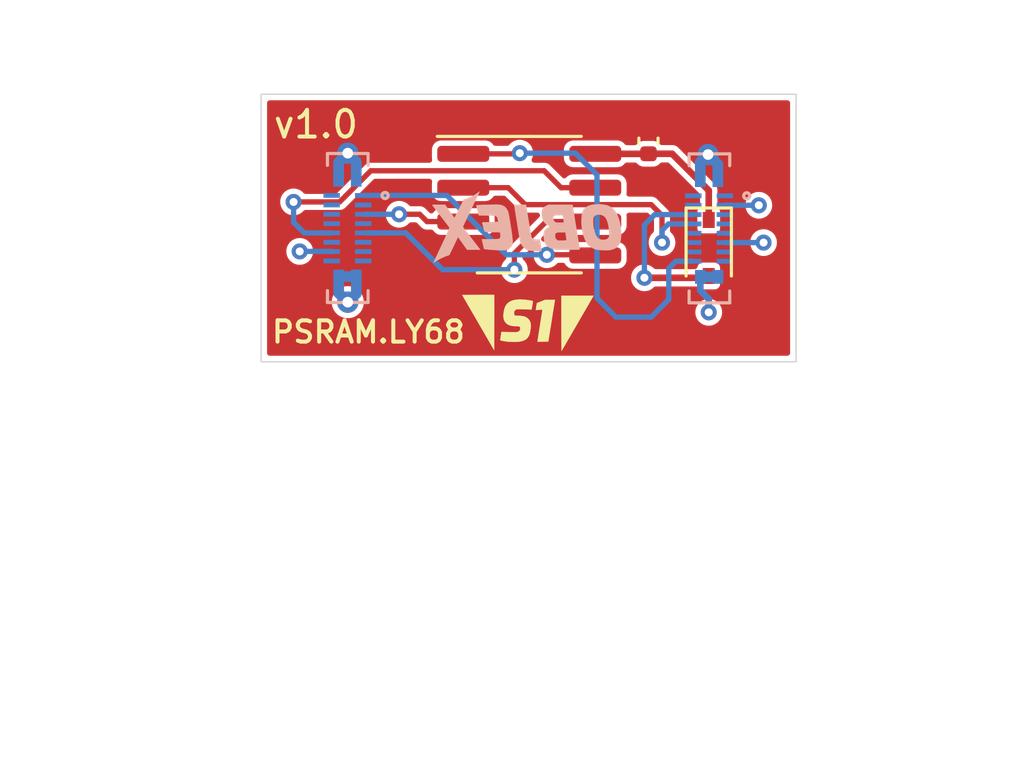
<source format=kicad_pcb>
(kicad_pcb (version 20171130) (host pcbnew "(5.1.10)-1")

  (general
    (thickness 1.6)
    (drawings 41)
    (tracks 103)
    (zones 0)
    (modules 7)
    (nets 37)
  )

  (page A4)
  (layers
    (0 "(TOP)-RF_and_signals" signal)
    (31 "(BOTTOM)-Signals" signal)
    (32 B.Adhes user)
    (33 F.Adhes user)
    (34 B.Paste user)
    (35 F.Paste user)
    (36 B.SilkS user)
    (37 F.SilkS user)
    (38 B.Mask user)
    (39 F.Mask user)
    (40 Dwgs.User user)
    (41 Cmts.User user)
    (42 Eco1.User user)
    (43 Eco2.User user)
    (44 Edge.Cuts user)
    (45 Margin user)
    (46 B.CrtYd user)
    (47 F.CrtYd user)
    (48 B.Fab user hide)
    (49 F.Fab user hide)
  )

  (setup
    (last_trace_width 0.25)
    (user_trace_width 0.2)
    (user_trace_width 0.3)
    (user_trace_width 0.4)
    (user_trace_width 0.5)
    (trace_clearance 0.15)
    (zone_clearance 0.2)
    (zone_45_only no)
    (trace_min 0.2)
    (via_size 0.8)
    (via_drill 0.4)
    (via_min_size 0.4)
    (via_min_drill 0.3)
    (user_via 0.6 0.3)
    (uvia_size 0.3)
    (uvia_drill 0.1)
    (uvias_allowed no)
    (uvia_min_size 0.2)
    (uvia_min_drill 0.1)
    (edge_width 0.05)
    (segment_width 0.2)
    (pcb_text_width 0.3)
    (pcb_text_size 1.5 1.5)
    (mod_edge_width 0.12)
    (mod_text_size 1 1)
    (mod_text_width 0.15)
    (pad_size 1.524 1.524)
    (pad_drill 0.762)
    (pad_to_mask_clearance 0.051)
    (solder_mask_min_width 0.25)
    (aux_axis_origin 0 0)
    (visible_elements 7FFFFF7F)
    (pcbplotparams
      (layerselection 0x010f0_ffffffff)
      (usegerberextensions true)
      (usegerberattributes false)
      (usegerberadvancedattributes false)
      (creategerberjobfile false)
      (excludeedgelayer true)
      (linewidth 0.100000)
      (plotframeref false)
      (viasonmask false)
      (mode 1)
      (useauxorigin false)
      (hpglpennumber 1)
      (hpglpenspeed 20)
      (hpglpendiameter 15.000000)
      (psnegative false)
      (psa4output false)
      (plotreference true)
      (plotvalue true)
      (plotinvisibletext false)
      (padsonsilk false)
      (subtractmaskfromsilk false)
      (outputformat 1)
      (mirror false)
      (drillshape 0)
      (scaleselection 1)
      (outputdirectory "Gerbers/"))
  )

  (net 0 "")
  (net 1 GND)
  (net 2 +3V3)
  (net 3 "Net-(J1-Pad3)")
  (net 4 "Net-(J1-Pad5)")
  (net 5 "Net-(J1-Pad7)")
  (net 6 "Net-(J1-Pad11)")
  (net 7 "Net-(J1-Pad15)")
  (net 8 "Net-(J3-Pad7)")
  (net 9 "Net-(J3-Pad9)")
  (net 10 "Net-(J3-Pad11)")
  (net 11 "Net-(J3-Pad13)")
  (net 12 "Net-(J1-Pad1)")
  (net 13 "Net-(J1-Pad2)")
  (net 14 "Net-(J1-Pad8)")
  (net 15 "Net-(J1-Pad6)")
  (net 16 "Net-(J1-Pad12)")
  (net 17 "Net-(J1-Pad10)")
  (net 18 "Net-(J3-Pad4)")
  (net 19 "Net-(J3-Pad6)")
  (net 20 "Net-(J3-Pad10)")
  (net 21 "Net-(J3-Pad14)")
  (net 22 "Net-(J1-Pad4)")
  (net 23 "Net-(J1-Pad16)")
  (net 24 "Net-(J3-Pad8)")
  (net 25 "Net-(J3-Pad2)")
  (net 26 VCC)
  (net 27 VDD)
  (net 28 /PSRAM_CS)
  (net 29 /SIO1)
  (net 30 /SIO0)
  (net 31 /SIO2)
  (net 32 /SCLK)
  (net 33 +BATT)
  (net 34 /SIO3)
  (net 35 "Net-(J3-Pad15)")
  (net 36 "Net-(J3-Pad16)")

  (net_class Default "This is the default net class."
    (clearance 0.15)
    (trace_width 0.25)
    (via_dia 0.8)
    (via_drill 0.4)
    (uvia_dia 0.3)
    (uvia_drill 0.1)
    (add_net +3V3)
    (add_net +BATT)
    (add_net /PSRAM_CS)
    (add_net /SCLK)
    (add_net /SIO0)
    (add_net /SIO1)
    (add_net /SIO2)
    (add_net /SIO3)
    (add_net GND)
    (add_net "Net-(J1-Pad1)")
    (add_net "Net-(J1-Pad10)")
    (add_net "Net-(J1-Pad11)")
    (add_net "Net-(J1-Pad12)")
    (add_net "Net-(J1-Pad15)")
    (add_net "Net-(J1-Pad16)")
    (add_net "Net-(J1-Pad2)")
    (add_net "Net-(J1-Pad3)")
    (add_net "Net-(J1-Pad4)")
    (add_net "Net-(J1-Pad5)")
    (add_net "Net-(J1-Pad6)")
    (add_net "Net-(J1-Pad7)")
    (add_net "Net-(J1-Pad8)")
    (add_net "Net-(J3-Pad10)")
    (add_net "Net-(J3-Pad11)")
    (add_net "Net-(J3-Pad13)")
    (add_net "Net-(J3-Pad14)")
    (add_net "Net-(J3-Pad15)")
    (add_net "Net-(J3-Pad16)")
    (add_net "Net-(J3-Pad2)")
    (add_net "Net-(J3-Pad4)")
    (add_net "Net-(J3-Pad6)")
    (add_net "Net-(J3-Pad7)")
    (add_net "Net-(J3-Pad8)")
    (add_net "Net-(J3-Pad9)")
    (add_net VCC)
    (add_net VDD)
  )

  (module KicadLibrary:arrow_S1 (layer "(TOP)-RF_and_signals") (tedit 0) (tstamp 61A3BDF3)
    (at 144.018 93.726)
    (fp_text reference G*** (at 0 0) (layer F.SilkS) hide
      (effects (font (size 1.524 1.524) (thickness 0.3)))
    )
    (fp_text value LOGO (at 0.75 0) (layer F.SilkS) hide
      (effects (font (size 1.524 1.524) (thickness 0.3)))
    )
    (fp_poly (pts (xy 2.39364 -0.971021) (xy 2.385583 -0.957371) (xy 2.36764 -0.926628) (xy 2.340523 -0.880019)
      (xy 2.304945 -0.818772) (xy 2.261618 -0.744116) (xy 2.211254 -0.657279) (xy 2.154565 -0.559489)
      (xy 2.092263 -0.451975) (xy 2.025061 -0.335965) (xy 1.953671 -0.212688) (xy 1.878805 -0.083371)
      (xy 1.801174 0.050758) (xy 1.7938 0.0635) (xy 1.716353 0.197308) (xy 1.641872 0.325939)
      (xy 1.571041 0.448214) (xy 1.504547 0.562951) (xy 1.443074 0.66897) (xy 1.387308 0.76509)
      (xy 1.337935 0.850129) (xy 1.29564 0.922907) (xy 1.261108 0.982243) (xy 1.235025 1.026957)
      (xy 1.218076 1.055866) (xy 1.210946 1.067791) (xy 1.210774 1.068035) (xy 1.210172 1.05832)
      (xy 1.209596 1.028861) (xy 1.20905 0.981079) (xy 1.208542 0.916397) (xy 1.208076 0.836235)
      (xy 1.20766 0.742017) (xy 1.207297 0.635165) (xy 1.206996 0.517099) (xy 1.20676 0.389243)
      (xy 1.206597 0.253018) (xy 1.206512 0.109847) (xy 1.2065 0.033514) (xy 1.2065 -1.005416)
      (xy 2.414727 -1.005416) (xy 2.39364 -0.971021)) (layer F.SilkS) (width 0.01))
    (fp_poly (pts (xy -1.449145 -1.03536) (xy -1.390109 -1.035088) (xy -1.347056 -1.034682) (xy -1.321886 -1.034146)
      (xy -1.315897 -1.033674) (xy -1.315406 -1.022804) (xy -1.314988 -0.992207) (xy -1.314645 -0.943325)
      (xy -1.314378 -0.877598) (xy -1.314188 -0.796467) (xy -1.314077 -0.701372) (xy -1.314047 -0.593753)
      (xy -1.314097 -0.475051) (xy -1.314231 -0.346707) (xy -1.314448 -0.210161) (xy -1.314751 -0.066854)
      (xy -1.314927 0.003617) (xy -1.317625 1.03724) (xy -1.916574 0.002683) (xy -2.515524 -1.031875)
      (xy -1.917544 -1.034609) (xy -1.807103 -1.03505) (xy -1.703142 -1.035343) (xy -1.607561 -1.035491)
      (xy -1.522262 -1.035495) (xy -1.449145 -1.03536)) (layer F.SilkS) (width 0.01))
    (fp_poly (pts (xy -0.229132 -0.859869) (xy -0.201083 -0.857589) (xy -0.14544 -0.851837) (xy -0.085876 -0.844318)
      (xy -0.026387 -0.835695) (xy 0.029029 -0.826631) (xy 0.076377 -0.817791) (xy 0.11166 -0.809837)
      (xy 0.130881 -0.803433) (xy 0.132679 -0.802182) (xy 0.133029 -0.79034) (xy 0.130315 -0.761393)
      (xy 0.124988 -0.719106) (xy 0.117501 -0.667246) (xy 0.113118 -0.639091) (xy 0.101978 -0.573106)
      (xy 0.092589 -0.526565) (xy 0.084546 -0.49786) (xy 0.077445 -0.485376) (xy 0.074457 -0.484621)
      (xy 0.060485 -0.485727) (xy 0.028405 -0.487202) (xy -0.018728 -0.488941) (xy -0.077862 -0.490836)
      (xy -0.145942 -0.492781) (xy -0.200005 -0.494184) (xy -0.282027 -0.496104) (xy -0.345764 -0.497206)
      (xy -0.394084 -0.497366) (xy -0.429859 -0.496462) (xy -0.455957 -0.494373) (xy -0.475249 -0.490976)
      (xy -0.490604 -0.48615) (xy -0.501631 -0.481343) (xy -0.5393 -0.453481) (xy -0.562303 -0.411939)
      (xy -0.571312 -0.355398) (xy -0.5715 -0.344298) (xy -0.568716 -0.307309) (xy -0.558291 -0.281777)
      (xy -0.53712 -0.265693) (xy -0.502095 -0.257048) (xy -0.450109 -0.253834) (xy -0.431271 -0.253631)
      (xy -0.346926 -0.250062) (xy -0.266902 -0.240578) (xy -0.196293 -0.226048) (xy -0.140194 -0.207345)
      (xy -0.128505 -0.201851) (xy -0.056716 -0.154148) (xy -0.000917 -0.093187) (xy 0.037732 -0.020675)
      (xy 0.058069 0.06168) (xy 0.059453 0.074598) (xy 0.060014 0.118695) (xy 0.056026 0.17706)
      (xy 0.048392 0.243511) (xy 0.038018 0.311862) (xy 0.025806 0.375931) (xy 0.012661 0.429534)
      (xy 0.00351 0.457211) (xy -0.032047 0.529764) (xy -0.077535 0.589875) (xy -0.134425 0.638226)
      (xy -0.204189 0.675499) (xy -0.288298 0.702375) (xy -0.388223 0.719537) (xy -0.505437 0.727665)
      (xy -0.582083 0.728508) (xy -0.645313 0.727489) (xy -0.708818 0.725418) (xy -0.765818 0.722582)
      (xy -0.809533 0.719265) (xy -0.814916 0.7187) (xy -0.875155 0.711033) (xy -0.934305 0.701759)
      (xy -0.988575 0.691663) (xy -1.034178 0.681531) (xy -1.067324 0.672148) (xy -1.084223 0.6643)
      (xy -1.085485 0.662616) (xy -1.085388 0.648402) (xy -1.082254 0.617429) (xy -1.076586 0.573805)
      (xy -1.068889 0.52164) (xy -1.065902 0.502709) (xy -1.04214 0.354542) (xy -0.978799 0.355441)
      (xy -0.949137 0.355893) (xy -0.90253 0.35664) (xy -0.843197 0.357612) (xy -0.775355 0.358742)
      (xy -0.703224 0.359958) (xy -0.682625 0.360309) (xy -0.605663 0.361487) (xy -0.546744 0.36193)
      (xy -0.502749 0.361446) (xy -0.47056 0.359845) (xy -0.447061 0.356938) (xy -0.429133 0.352535)
      (xy -0.413659 0.346445) (xy -0.407542 0.343535) (xy -0.370282 0.318385) (xy -0.348408 0.284877)
      (xy -0.3394 0.238476) (xy -0.338823 0.219876) (xy -0.34025 0.188201) (xy -0.347199 0.169903)
      (xy -0.363289 0.15728) (xy -0.369891 0.15373) (xy -0.404195 0.14343) (xy -0.45782 0.138229)
      (xy -0.494245 0.137504) (xy -0.594735 0.13384) (xy -0.678406 0.122419) (xy -0.748476 0.102313)
      (xy -0.808162 0.072594) (xy -0.86068 0.032334) (xy -0.861523 0.031559) (xy -0.910853 -0.025385)
      (xy -0.945426 -0.092342) (xy -0.965402 -0.170462) (xy -0.970936 -0.260892) (xy -0.962188 -0.364781)
      (xy -0.939314 -0.483278) (xy -0.934781 -0.501953) (xy -0.901875 -0.595705) (xy -0.853217 -0.675429)
      (xy -0.788784 -0.741139) (xy -0.70855 -0.792845) (xy -0.612493 -0.830559) (xy -0.500587 -0.854293)
      (xy -0.372808 -0.864059) (xy -0.229132 -0.859869)) (layer F.SilkS) (width 0.01))
    (fp_poly (pts (xy 0.955896 -0.801687) (xy 0.953014 -0.78387) (xy 0.947093 -0.746956) (xy 0.938424 -0.692752)
      (xy 0.927294 -0.623064) (xy 0.91399 -0.539699) (xy 0.898802 -0.444464) (xy 0.882018 -0.339166)
      (xy 0.863926 -0.225611) (xy 0.844814 -0.105607) (xy 0.83137 -0.021166) (xy 0.714282 0.714375)
      (xy 0.510599 0.71725) (xy 0.447561 0.717959) (xy 0.392455 0.718236) (xy 0.348509 0.718092)
      (xy 0.318954 0.717539) (xy 0.307017 0.71659) (xy 0.306917 0.716477) (xy 0.308525 0.705649)
      (xy 0.313153 0.675783) (xy 0.320507 0.628745) (xy 0.330294 0.566401) (xy 0.342219 0.490619)
      (xy 0.35599 0.403265) (xy 0.371313 0.306206) (xy 0.387893 0.201309) (xy 0.401425 0.115784)
      (xy 0.418729 0.00614) (xy 0.434918 -0.097085) (xy 0.449709 -0.192029) (xy 0.462815 -0.276829)
      (xy 0.473952 -0.349623) (xy 0.482833 -0.408548) (xy 0.489175 -0.451744) (xy 0.49269 -0.477347)
      (xy 0.493289 -0.483906) (xy 0.482357 -0.484033) (xy 0.454675 -0.482381) (xy 0.414553 -0.479249)
      (xy 0.371264 -0.475403) (xy 0.323562 -0.471251) (xy 0.284347 -0.468409) (xy 0.257953 -0.467153)
      (xy 0.248743 -0.467607) (xy 0.249098 -0.478584) (xy 0.252222 -0.505469) (xy 0.257363 -0.543299)
      (xy 0.263767 -0.58711) (xy 0.270681 -0.63194) (xy 0.277351 -0.672825) (xy 0.283022 -0.704803)
      (xy 0.286943 -0.72291) (xy 0.287845 -0.72515) (xy 0.29827 -0.729947) (xy 0.324865 -0.741131)
      (xy 0.364138 -0.75726) (xy 0.412595 -0.776894) (xy 0.438832 -0.787437) (xy 0.586622 -0.846666)
      (xy 0.963334 -0.846666) (xy 0.955896 -0.801687)) (layer F.SilkS) (width 0.01))
  )

  (module KicadLibrary:logov2-mini (layer "(BOTTOM)-Signals") (tedit 0) (tstamp 609D9BB0)
    (at 144.018 90.2335 180)
    (fp_text reference G*** (at 0 0) (layer B.SilkS) hide
      (effects (font (size 1.524 1.524) (thickness 0.3)) (justify mirror))
    )
    (fp_text value LOGO (at 0.75 0) (layer B.SilkS) hide
      (effects (font (size 1.524 1.524) (thickness 0.3)) (justify mirror))
    )
    (fp_poly (pts (xy -1.304594 0.925438) (xy -1.183545 0.924622) (xy -1.171575 0.924524) (xy -0.71755 0.92075)
      (xy -0.637645 0.883853) (xy -0.571551 0.847731) (xy -0.524018 0.806845) (xy -0.492942 0.757032)
      (xy -0.47622 0.694127) (xy -0.471747 0.613968) (xy -0.473834 0.559588) (xy -0.479662 0.496864)
      (xy -0.48872 0.434831) (xy -0.499379 0.383943) (xy -0.503325 0.37027) (xy -0.53796 0.298537)
      (xy -0.591691 0.230097) (xy -0.65845 0.171711) (xy -0.709483 0.140545) (xy -0.780322 0.104725)
      (xy -0.713459 0.075961) (xy -0.640091 0.031941) (xy -0.585266 -0.027995) (xy -0.551014 -0.101435)
      (xy -0.54554 -0.123349) (xy -0.538762 -0.186784) (xy -0.540336 -0.263186) (xy -0.549127 -0.345477)
      (xy -0.564 -0.426579) (xy -0.583818 -0.499415) (xy -0.607446 -0.556906) (xy -0.617894 -0.574286)
      (xy -0.668293 -0.627914) (xy -0.7403 -0.676469) (xy -0.830276 -0.717688) (xy -0.870511 -0.731623)
      (xy -0.896158 -0.739548) (xy -0.920049 -0.745959) (xy -0.945131 -0.751018) (xy -0.974354 -0.754883)
      (xy -1.010665 -0.757716) (xy -1.057013 -0.759676) (xy -1.116347 -0.760924) (xy -1.191615 -0.76162)
      (xy -1.285765 -0.761925) (xy -1.401745 -0.761998) (xy -1.429234 -0.762) (xy -1.555178 -0.76182)
      (xy -1.657705 -0.761235) (xy -1.738798 -0.760177) (xy -1.800438 -0.758578) (xy -1.844608 -0.756371)
      (xy -1.873289 -0.753486) (xy -1.888463 -0.749857) (xy -1.892222 -0.746125) (xy -1.890202 -0.731144)
      (xy -1.884399 -0.693239) (xy -1.875158 -0.634547) (xy -1.862822 -0.557205) (xy -1.847736 -0.463352)
      (xy -1.837374 -0.399243) (xy -1.397 -0.399243) (xy -1.393785 -0.407465) (xy -1.38158 -0.413098)
      (xy -1.356544 -0.416603) (xy -1.314837 -0.418442) (xy -1.25262 -0.419075) (xy -1.231714 -0.4191)
      (xy -1.066427 -0.4191) (xy -1.021235 -0.377683) (xy -0.995145 -0.350882) (xy -0.980279 -0.324621)
      (xy -0.972309 -0.288992) (xy -0.968943 -0.257982) (xy -0.965868 -0.213842) (xy -0.968125 -0.18632)
      (xy -0.977897 -0.166828) (xy -0.997127 -0.146998) (xy -1.012859 -0.133499) (xy -1.02901 -0.124339)
      (xy -1.050637 -0.11868) (xy -1.082799 -0.11568) (xy -1.130555 -0.1145) (xy -1.194062 -0.1143)
      (xy -1.355714 -0.1143) (xy -1.376357 -0.246843) (xy -1.384938 -0.303743) (xy -1.391774 -0.352519)
      (xy -1.396021 -0.386925) (xy -1.397 -0.399243) (xy -1.837374 -0.399243) (xy -1.830243 -0.355125)
      (xy -1.810687 -0.234662) (xy -1.789413 -0.104101) (xy -1.766764 0.034422) (xy -1.758877 0.08255)
      (xy -1.735841 0.223295) (xy -1.72721 0.276225) (xy -1.295305 0.276225) (xy -1.293009 0.266786)
      (xy -1.28327 0.260452) (xy -1.261954 0.256617) (xy -1.224929 0.254679) (xy -1.168061 0.254033)
      (xy -1.143201 0.254) (xy -1.078578 0.254241) (xy -1.03397 0.255625) (xy -1.003992 0.259144)
      (xy -0.983259 0.265791) (xy -0.966386 0.276558) (xy -0.951452 0.289337) (xy -0.922573 0.32287)
      (xy -0.908199 0.363635) (xy -0.905235 0.383832) (xy -0.901894 0.437158) (xy -0.907641 0.476296)
      (xy -0.925466 0.503355) (xy -0.958358 0.520443) (xy -1.009306 0.529671) (xy -1.081299 0.533148)
      (xy -1.117189 0.5334) (xy -1.255282 0.5334) (xy -1.262397 0.498475) (xy -1.27007 0.457072)
      (xy -1.278362 0.406602) (xy -1.286092 0.355051) (xy -1.292077 0.310403) (xy -1.295134 0.280643)
      (xy -1.295305 0.276225) (xy -1.72721 0.276225) (xy -1.714067 0.356815) (xy -1.693897 0.480971)
      (xy -1.675676 0.593624) (xy -1.659747 0.692633) (xy -1.646456 0.775859) (xy -1.636144 0.841162)
      (xy -1.629157 0.886402) (xy -1.625838 0.909439) (xy -1.625606 0.911824) (xy -1.621189 0.916257)
      (xy -1.606518 0.919762) (xy -1.579456 0.922397) (xy -1.537869 0.924222) (xy -1.47962 0.925298)
      (xy -1.402573 0.925683) (xy -1.304594 0.925438)) (layer B.SilkS) (width 0.01))
    (fp_poly (pts (xy 1.275914 0.931166) (xy 1.344167 0.92989) (xy 1.422844 0.928059) (xy 1.508199 0.925789)
      (xy 1.596488 0.923199) (xy 1.683966 0.920405) (xy 1.766887 0.917526) (xy 1.841506 0.914678)
      (xy 1.904078 0.911979) (xy 1.950859 0.909546) (xy 1.978102 0.907498) (xy 1.983438 0.906556)
      (xy 1.983752 0.892999) (xy 1.978187 0.860016) (xy 1.96774 0.812633) (xy 1.954145 0.758655)
      (xy 1.93769 0.696611) (xy 1.922391 0.638826) (xy 1.910156 0.592515) (xy 1.903792 0.568325)
      (xy 1.89132 0.5207) (xy 1.590185 0.520513) (xy 1.480837 0.519939) (xy 1.395104 0.518311)
      (xy 1.33122 0.515544) (xy 1.287418 0.511555) (xy 1.261932 0.506258) (xy 1.257995 0.50461)
      (xy 1.219584 0.471585) (xy 1.190965 0.418213) (xy 1.174198 0.348341) (xy 1.174165 0.348094)
      (xy 1.165663 0.283438) (xy 1.309906 0.275127) (xy 1.386078 0.271588) (xy 1.474416 0.268787)
      (xy 1.561688 0.267092) (xy 1.609725 0.266758) (xy 1.679313 0.266016) (xy 1.726415 0.263654)
      (xy 1.753909 0.259377) (xy 1.764673 0.25289) (xy 1.765088 0.250825) (xy 1.761761 0.231902)
      (xy 1.753039 0.195255) (xy 1.740483 0.146542) (xy 1.725653 0.091422) (xy 1.710111 0.035554)
      (xy 1.695417 -0.015406) (xy 1.683131 -0.055798) (xy 1.674816 -0.079964) (xy 1.672687 -0.084145)
      (xy 1.65847 -0.086652) (xy 1.622598 -0.08973) (xy 1.568804 -0.093153) (xy 1.500819 -0.096697)
      (xy 1.422376 -0.100134) (xy 1.3843 -0.1016) (xy 1.302583 -0.104791) (xy 1.229852 -0.107978)
      (xy 1.169783 -0.11097) (xy 1.126052 -0.113578) (xy 1.102334 -0.115613) (xy 1.099156 -0.116306)
      (xy 1.095132 -0.130175) (xy 1.088705 -0.161557) (xy 1.083124 -0.192849) (xy 1.078756 -0.26173)
      (xy 1.091395 -0.313646) (xy 1.120675 -0.34749) (xy 1.136904 -0.355696) (xy 1.159036 -0.359349)
      (xy 1.202781 -0.362561) (xy 1.264355 -0.365192) (xy 1.339973 -0.3671) (xy 1.425849 -0.368144)
      (xy 1.475403 -0.3683) (xy 1.780753 -0.3683) (xy 1.773713 -0.396875) (xy 1.768294 -0.420104)
      (xy 1.758764 -0.462142) (xy 1.746474 -0.516995) (xy 1.732955 -0.57785) (xy 1.719358 -0.637079)
      (xy 1.70697 -0.687007) (xy 1.697122 -0.722526) (xy 1.691147 -0.738529) (xy 1.690993 -0.738706)
      (xy 1.676085 -0.742278) (xy 1.639861 -0.746855) (xy 1.586374 -0.752152) (xy 1.519673 -0.757884)
      (xy 1.443812 -0.763766) (xy 1.36284 -0.769513) (xy 1.280811 -0.77484) (xy 1.201775 -0.779462)
      (xy 1.129783 -0.783094) (xy 1.068889 -0.785451) (xy 1.023142 -0.786248) (xy 1.016 -0.786192)
      (xy 0.961412 -0.783963) (xy 0.909916 -0.779413) (xy 0.872712 -0.773536) (xy 0.784884 -0.742415)
      (xy 0.715635 -0.694427) (xy 0.663874 -0.628776) (xy 0.656813 -0.61595) (xy 0.643001 -0.585052)
      (xy 0.632809 -0.550489) (xy 0.626363 -0.509904) (xy 0.623789 -0.460941) (xy 0.625214 -0.401243)
      (xy 0.630763 -0.328454) (xy 0.640563 -0.240218) (xy 0.654739 -0.134179) (xy 0.673417 -0.007979)
      (xy 0.696724 0.140736) (xy 0.697573 0.14605) (xy 0.717483 0.270107) (xy 0.734108 0.371888)
      (xy 0.748049 0.454217) (xy 0.759907 0.51992) (xy 0.770286 0.571821) (xy 0.779786 0.612745)
      (xy 0.789009 0.645517) (xy 0.798558 0.672962) (xy 0.809035 0.697904) (xy 0.820164 0.721384)
      (xy 0.870127 0.801064) (xy 0.933013 0.860882) (xy 1.010666 0.901898) (xy 1.104928 0.925173)
      (xy 1.18566 0.931579) (xy 1.22183 0.931768) (xy 1.275914 0.931166)) (layer B.SilkS) (width 0.01))
    (fp_poly (pts (xy -2.458127 0.933812) (xy -2.334347 0.916716) (xy -2.230801 0.887399) (xy -2.146125 0.845185)
      (xy -2.078958 0.7894) (xy -2.027938 0.719369) (xy -1.992308 0.636314) (xy -1.977957 0.574865)
      (xy -1.967074 0.494574) (xy -1.959953 0.4018) (xy -1.95689 0.302901) (xy -1.958181 0.204236)
      (xy -1.96412 0.112165) (xy -1.966805 0.087181) (xy -1.990731 -0.063843) (xy -2.024853 -0.205505)
      (xy -2.067937 -0.334502) (xy -2.118749 -0.447529) (xy -2.176057 -0.541281) (xy -2.221923 -0.596306)
      (xy -2.295962 -0.65733) (xy -2.389531 -0.710124) (xy -2.497322 -0.751788) (xy -2.517543 -0.757802)
      (xy -2.551356 -0.764089) (xy -2.603967 -0.769975) (xy -2.669682 -0.775207) (xy -2.742807 -0.779533)
      (xy -2.817647 -0.782699) (xy -2.888509 -0.784453) (xy -2.9497 -0.784541) (xy -2.995524 -0.78271)
      (xy -3.01625 -0.779958) (xy -3.100846 -0.758244) (xy -3.165837 -0.737549) (xy -3.216774 -0.715378)
      (xy -3.25921 -0.689233) (xy -3.298694 -0.656617) (xy -3.306273 -0.649528) (xy -3.356144 -0.592436)
      (xy -3.394068 -0.525686) (xy -3.420997 -0.446031) (xy -3.437884 -0.350225) (xy -3.445679 -0.235023)
      (xy -3.44647 -0.17145) (xy -3.443924 -0.112441) (xy -3.00526 -0.112441) (xy -3.004828 -0.199924)
      (xy -2.992798 -0.268692) (xy -2.969143 -0.320053) (xy -2.96211 -0.329474) (xy -2.922654 -0.360141)
      (xy -2.865882 -0.381185) (xy -2.798427 -0.391453) (xy -2.726917 -0.389791) (xy -2.67335 -0.379682)
      (xy -2.617144 -0.357361) (xy -2.569159 -0.321965) (xy -2.527685 -0.27095) (xy -2.491012 -0.201772)
      (xy -2.457428 -0.111885) (xy -2.430231 -0.018047) (xy -2.41354 0.059399) (xy -2.401686 0.14349)
      (xy -2.394826 0.228775) (xy -2.393115 0.309806) (xy -2.396708 0.381133) (xy -2.405762 0.437306)
      (xy -2.41639 0.466511) (xy -2.454104 0.510743) (xy -2.507512 0.540192) (xy -2.571656 0.554863)
      (xy -2.641581 0.554762) (xy -2.712328 0.539893) (xy -2.778941 0.510262) (xy -2.836247 0.466088)
      (xy -2.87049 0.424602) (xy -2.89983 0.372483) (xy -2.925753 0.305971) (xy -2.949745 0.221305)
      (xy -2.971438 0.123903) (xy -2.994121 -0.004934) (xy -3.00526 -0.112441) (xy -3.443924 -0.112441)
      (xy -3.43903 0.000955) (xy -3.417946 0.165949) (xy -3.384104 0.320579) (xy -3.338387 0.461891)
      (xy -3.281678 0.586932) (xy -3.214863 0.692748) (xy -3.172749 0.743162) (xy -3.098228 0.811297)
      (xy -3.015073 0.86373) (xy -2.920122 0.901554) (xy -2.810209 0.925858) (xy -2.682171 0.937734)
      (xy -2.6035 0.939362) (xy -2.458127 0.933812)) (layer B.SilkS) (width 0.01))
    (fp_poly (pts (xy 0.461929 0.263525) (xy 0.441361 0.134315) (xy 0.421333 0.010748) (xy 0.402299 -0.104528)
      (xy 0.384714 -0.208863) (xy 0.36903 -0.29961) (xy 0.355701 -0.374121) (xy 0.345181 -0.429748)
      (xy 0.337923 -0.463843) (xy 0.336244 -0.470178) (xy 0.296324 -0.565197) (xy 0.238476 -0.649318)
      (xy 0.166482 -0.718446) (xy 0.084126 -0.768492) (xy 0.047064 -0.782931) (xy 0.014064 -0.790081)
      (xy -0.03618 -0.796575) (xy -0.098618 -0.802202) (xy -0.168196 -0.806753) (xy -0.239864 -0.810018)
      (xy -0.30857 -0.811786) (xy -0.369262 -0.811849) (xy -0.416888 -0.809997) (xy -0.446396 -0.806018)
      (xy -0.45216 -0.803671) (xy -0.455756 -0.797456) (xy -0.45708 -0.783734) (xy -0.455798 -0.76008)
      (xy -0.451576 -0.724067) (xy -0.444079 -0.673267) (xy -0.432973 -0.605253) (xy -0.417924 -0.517598)
      (xy -0.398597 -0.407875) (xy -0.394326 -0.383836) (xy -0.3823 -0.382456) (xy -0.350721 -0.381779)
      (xy -0.305428 -0.381892) (xy -0.284468 -0.382183) (xy -0.215226 -0.38051) (xy -0.165327 -0.371054)
      (xy -0.129265 -0.35129) (xy -0.101531 -0.318692) (xy -0.086279 -0.29128) (xy -0.081124 -0.272637)
      (xy -0.072573 -0.231995) (xy -0.061141 -0.172454) (xy -0.047348 -0.097111) (xy -0.031708 -0.009066)
      (xy -0.014739 0.088583) (xy 0.003041 0.192738) (xy 0.021116 0.3003) (xy 0.038969 0.40817)
      (xy 0.056083 0.513251) (xy 0.07194 0.612443) (xy 0.086025 0.702648) (xy 0.097819 0.780768)
      (xy 0.106806 0.843704) (xy 0.112469 0.888358) (xy 0.1143 0.910862) (xy 0.119974 0.916949)
      (xy 0.13884 0.921411) (xy 0.173658 0.924447) (xy 0.227191 0.926255) (xy 0.3022 0.927033)
      (xy 0.340451 0.9271) (xy 0.566602 0.9271) (xy 0.461929 0.263525)) (layer B.SilkS) (width 0.01))
    (fp_poly (pts (xy 1.871792 1.414476) (xy 1.897969 1.396805) (xy 1.935088 1.370049) (xy 1.957512 1.353356)
      (xy 2.085195 1.268055) (xy 2.219905 1.197721) (xy 2.354563 1.145857) (xy 2.406656 1.131111)
      (xy 2.457463 1.118328) (xy 2.628718 0.775064) (xy 2.671743 0.68928) (xy 2.711272 0.611332)
      (xy 2.745865 0.543996) (xy 2.774077 0.490047) (xy 2.794468 0.452263) (xy 2.805594 0.433418)
      (xy 2.807092 0.4318) (xy 2.816001 0.441799) (xy 2.837179 0.469867) (xy 2.868548 0.513119)
      (xy 2.908029 0.568664) (xy 2.953543 0.633616) (xy 2.98508 0.679079) (xy 3.15595 0.926358)
      (xy 3.401174 0.926729) (xy 3.488629 0.92653) (xy 3.553292 0.925517) (xy 3.597764 0.923519)
      (xy 3.624647 0.920365) (xy 3.636539 0.915883) (xy 3.637006 0.911226) (xy 3.627432 0.897975)
      (xy 3.604057 0.866833) (xy 3.568581 0.820028) (xy 3.522702 0.759791) (xy 3.468121 0.68835)
      (xy 3.406536 0.607937) (xy 3.339646 0.52078) (xy 3.314842 0.488503) (xy 3.246474 0.399499)
      (xy 3.182797 0.316463) (xy 3.125513 0.241622) (xy 3.07632 0.177204) (xy 3.036918 0.125434)
      (xy 3.009008 0.088541) (xy 2.994287 0.068751) (xy 2.992551 0.066253) (xy 2.995932 0.051842)
      (xy 3.009596 0.016198) (xy 3.032805 -0.039028) (xy 3.064823 -0.112184) (xy 3.104916 -0.201617)
      (xy 3.152348 -0.305675) (xy 3.206381 -0.422705) (xy 3.266282 -0.551056) (xy 3.288725 -0.598832)
      (xy 3.345051 -0.718712) (xy 3.397902 -0.831528) (xy 3.446326 -0.935226) (xy 3.489369 -1.027747)
      (xy 3.526079 -1.107036) (xy 3.555503 -1.171036) (xy 3.576689 -1.217692) (xy 3.588683 -1.244946)
      (xy 3.591084 -1.251411) (xy 3.579882 -1.246108) (xy 3.553114 -1.229448) (xy 3.515979 -1.204707)
      (xy 3.5052 -1.197308) (xy 3.43811 -1.15538) (xy 3.355049 -1.110094) (xy 3.264339 -1.065511)
      (xy 3.174299 -1.025692) (xy 3.093252 -0.994698) (xy 3.082958 -0.991249) (xy 2.997266 -0.963151)
      (xy 2.892575 -0.7451) (xy 2.854644 -0.666159) (xy 2.815723 -0.585261) (xy 2.779004 -0.509038)
      (xy 2.747682 -0.444118) (xy 2.729664 -0.406859) (xy 2.671444 -0.286669) (xy 2.502472 -0.524334)
      (xy 2.3335 -0.762) (xy 1.83977 -0.762) (xy 1.864771 -0.727075) (xy 1.878009 -0.709371)
      (xy 1.904927 -0.674015) (xy 1.943655 -0.62344) (xy 1.992326 -0.560079) (xy 2.04907 -0.486364)
      (xy 2.112017 -0.404728) (xy 2.179299 -0.317604) (xy 2.189196 -0.3048) (xy 2.255815 -0.218292)
      (xy 2.31727 -0.137862) (xy 2.371877 -0.065762) (xy 2.41795 -0.004244) (xy 2.453805 0.044438)
      (xy 2.477756 0.078032) (xy 2.488118 0.094285) (xy 2.488412 0.09525) (xy 2.483008 0.108728)
      (xy 2.467529 0.142996) (xy 2.442957 0.195977) (xy 2.410272 0.265597) (xy 2.370456 0.349777)
      (xy 2.324492 0.446441) (xy 2.27336 0.553512) (xy 2.218041 0.668915) (xy 2.173281 0.762)
      (xy 2.115543 0.882078) (xy 2.061322 0.99516) (xy 2.011585 1.099207) (xy 1.967301 1.192177)
      (xy 1.929437 1.272032) (xy 1.898962 1.336731) (xy 1.876843 1.384233) (xy 1.864049 1.412498)
      (xy 1.861166 1.41988) (xy 1.871792 1.414476)) (layer B.SilkS) (width 0.01))
  )

  (module "Connector_Hirose:BM28B0.6-16DP-2-0.35V(51)" (layer "(BOTTOM)-Signals") (tedit 603695F7) (tstamp 60371288)
    (at 147.7899 90.1954 270)
    (path /60369C04)
    (fp_text reference J1 (at 0 -0.5 90) (layer B.Fab)
      (effects (font (size 1 1) (thickness 0.15)) (justify mirror))
    )
    (fp_text value "BM28B0.6-16DP_2-0.35V(51)" (at 0 0.5 90) (layer B.Fab)
      (effects (font (size 1 1) (thickness 0.15)) (justify mirror))
    )
    (fp_circle (center -1.2192 -4.38404) (end -1.19888 -4.43484) (layer B.SilkS) (width 0.12))
    (fp_line (start -2.3495 -2.2225) (end -2.794 -2.2225) (layer B.SilkS) (width 0.12))
    (fp_line (start -2.794 -2.2225) (end -2.794 -3.7465) (layer B.SilkS) (width 0.12))
    (fp_line (start -2.794 -3.7465) (end -2.3495 -3.7465) (layer B.SilkS) (width 0.12))
    (fp_line (start 2.3495 -3.7465) (end 2.794 -3.7465) (layer B.SilkS) (width 0.12))
    (fp_line (start 2.794 -2.2225) (end 2.3495 -2.2225) (layer B.SilkS) (width 0.12))
    (fp_line (start 2.794 -3.7465) (end 2.794 -2.2225) (layer B.SilkS) (width 0.12))
    (pad 1 smd rect (at -1.22174 -3.56362 270) (size 0.18 0.615) (layers "(BOTTOM)-Signals" B.Paste B.Mask)
      (net 12 "Net-(J1-Pad1)"))
    (pad 18 smd rect (at -1.80916 -3.302 270) (size 0.52 0.4) (layers "(BOTTOM)-Signals" B.Paste B.Mask)
      (net 1 GND))
    (pad 2 smd rect (at -0.86524 -3.56362 270) (size 0.18 0.615) (layers "(BOTTOM)-Signals" B.Paste B.Mask)
      (net 13 "Net-(J1-Pad2)"))
    (pad 4 smd rect (at -0.16524 -3.56362 270) (size 0.18 0.615) (layers "(BOTTOM)-Signals" B.Paste B.Mask)
      (net 22 "Net-(J1-Pad4)"))
    (pad 3 smd rect (at -0.51524 -3.56362 270) (size 0.18 0.615) (layers "(BOTTOM)-Signals" B.Paste B.Mask)
      (net 3 "Net-(J1-Pad3)"))
    (pad 8 smd rect (at 1.23476 -3.56362 270) (size 0.18 0.615) (layers "(BOTTOM)-Signals" B.Paste B.Mask)
      (net 14 "Net-(J1-Pad8)"))
    (pad 6 smd rect (at 0.53476 -3.56362 270) (size 0.18 0.615) (layers "(BOTTOM)-Signals" B.Paste B.Mask)
      (net 15 "Net-(J1-Pad6)"))
    (pad 5 smd rect (at 0.18476 -3.56362 270) (size 0.18 0.615) (layers "(BOTTOM)-Signals" B.Paste B.Mask)
      (net 4 "Net-(J1-Pad5)"))
    (pad 7 smd rect (at 0.88476 -3.56362 270) (size 0.18 0.615) (layers "(BOTTOM)-Signals" B.Paste B.Mask)
      (net 5 "Net-(J1-Pad7)"))
    (pad 19 smd rect (at 1.82046 -3.30454 270) (size 0.52 0.4) (layers "(BOTTOM)-Signals" B.Paste B.Mask)
      (net 2 +3V3))
    (pad 17 smd rect (at -1.80916 -2.6416 90) (size 0.52 0.4) (layers "(BOTTOM)-Signals" B.Paste B.Mask)
      (net 1 GND))
    (pad 20 smd rect (at 1.82046 -2.64414 90) (size 0.52 0.4) (layers "(BOTTOM)-Signals" B.Paste B.Mask)
      (net 2 +3V3))
    (pad 12 smd rect (at 0.18476 -2.37998 270) (size 0.18 0.615) (layers "(BOTTOM)-Signals" B.Paste B.Mask)
      (net 16 "Net-(J1-Pad12)"))
    (pad 9 smd rect (at 1.23476 -2.37998 270) (size 0.18 0.615) (layers "(BOTTOM)-Signals" B.Paste B.Mask)
      (net 28 /PSRAM_CS))
    (pad 11 smd rect (at 0.53476 -2.37998 270) (size 0.18 0.615) (layers "(BOTTOM)-Signals" B.Paste B.Mask)
      (net 6 "Net-(J1-Pad11)"))
    (pad 15 smd rect (at -0.86524 -2.37998 270) (size 0.18 0.615) (layers "(BOTTOM)-Signals" B.Paste B.Mask)
      (net 7 "Net-(J1-Pad15)"))
    (pad 16 smd rect (at -1.22174 -2.37998 270) (size 0.18 0.615) (layers "(BOTTOM)-Signals" B.Paste B.Mask)
      (net 23 "Net-(J1-Pad16)"))
    (pad 13 smd rect (at -0.16524 -2.37998 270) (size 0.18 0.615) (layers "(BOTTOM)-Signals" B.Paste B.Mask)
      (net 29 /SIO1))
    (pad 10 smd rect (at 0.88476 -2.37998 270) (size 0.18 0.615) (layers "(BOTTOM)-Signals" B.Paste B.Mask)
      (net 17 "Net-(J1-Pad10)"))
    (pad 14 smd rect (at -0.51524 -2.37998 270) (size 0.18 0.615) (layers "(BOTTOM)-Signals" B.Paste B.Mask)
      (net 27 VDD))
    (model E:/KicadLibrary/3D/BM28-16DP.stp
      (offset (xyz 0 -2.95 0))
      (scale (xyz 1 1 1))
      (rotate (xyz 0 0 0))
    )
  )

  (module "Connector_Hirose:BM28B0.6-16DP-2-0.35V(51)" (layer "(BOTTOM)-Signals") (tedit 603695F7) (tstamp 60394D3F)
    (at 134.2263 90.1827 270)
    (path /6037E454)
    (fp_text reference J3 (at 0 -0.5 90) (layer B.Fab)
      (effects (font (size 1 1) (thickness 0.15)) (justify mirror))
    )
    (fp_text value "BM28B0.6-16DP_2-0.35V(51)" (at 0 0.5 90) (layer B.Fab)
      (effects (font (size 1 1) (thickness 0.15)) (justify mirror))
    )
    (fp_circle (center -1.2192 -4.38404) (end -1.19888 -4.43484) (layer B.SilkS) (width 0.12))
    (fp_line (start -2.3495 -2.2225) (end -2.794 -2.2225) (layer B.SilkS) (width 0.12))
    (fp_line (start -2.794 -2.2225) (end -2.794 -3.7465) (layer B.SilkS) (width 0.12))
    (fp_line (start -2.794 -3.7465) (end -2.3495 -3.7465) (layer B.SilkS) (width 0.12))
    (fp_line (start 2.3495 -3.7465) (end 2.794 -3.7465) (layer B.SilkS) (width 0.12))
    (fp_line (start 2.794 -2.2225) (end 2.3495 -2.2225) (layer B.SilkS) (width 0.12))
    (fp_line (start 2.794 -3.7465) (end 2.794 -2.2225) (layer B.SilkS) (width 0.12))
    (pad 1 smd rect (at -1.22174 -3.56362 270) (size 0.18 0.615) (layers "(BOTTOM)-Signals" B.Paste B.Mask)
      (net 30 /SIO0))
    (pad 18 smd rect (at -1.80916 -3.302 270) (size 0.52 0.4) (layers "(BOTTOM)-Signals" B.Paste B.Mask)
      (net 1 GND))
    (pad 2 smd rect (at -0.86524 -3.56362 270) (size 0.18 0.615) (layers "(BOTTOM)-Signals" B.Paste B.Mask)
      (net 25 "Net-(J3-Pad2)"))
    (pad 4 smd rect (at -0.16524 -3.56362 270) (size 0.18 0.615) (layers "(BOTTOM)-Signals" B.Paste B.Mask)
      (net 18 "Net-(J3-Pad4)"))
    (pad 3 smd rect (at -0.51524 -3.56362 270) (size 0.18 0.615) (layers "(BOTTOM)-Signals" B.Paste B.Mask)
      (net 31 /SIO2))
    (pad 8 smd rect (at 1.23476 -3.56362 270) (size 0.18 0.615) (layers "(BOTTOM)-Signals" B.Paste B.Mask)
      (net 24 "Net-(J3-Pad8)"))
    (pad 6 smd rect (at 0.53476 -3.56362 270) (size 0.18 0.615) (layers "(BOTTOM)-Signals" B.Paste B.Mask)
      (net 19 "Net-(J3-Pad6)"))
    (pad 5 smd rect (at 0.18476 -3.56362 270) (size 0.18 0.615) (layers "(BOTTOM)-Signals" B.Paste B.Mask)
      (net 32 /SCLK))
    (pad 7 smd rect (at 0.88476 -3.56362 270) (size 0.18 0.615) (layers "(BOTTOM)-Signals" B.Paste B.Mask)
      (net 8 "Net-(J3-Pad7)"))
    (pad 19 smd rect (at 1.82046 -3.30454 270) (size 0.52 0.4) (layers "(BOTTOM)-Signals" B.Paste B.Mask)
      (net 33 +BATT))
    (pad 17 smd rect (at -1.80916 -2.6416 90) (size 0.52 0.4) (layers "(BOTTOM)-Signals" B.Paste B.Mask)
      (net 1 GND))
    (pad 20 smd rect (at 1.82046 -2.64414 90) (size 0.52 0.4) (layers "(BOTTOM)-Signals" B.Paste B.Mask)
      (net 33 +BATT))
    (pad 12 smd rect (at 0.18476 -2.37998 270) (size 0.18 0.615) (layers "(BOTTOM)-Signals" B.Paste B.Mask)
      (net 34 /SIO3))
    (pad 9 smd rect (at 1.23476 -2.37998 270) (size 0.18 0.615) (layers "(BOTTOM)-Signals" B.Paste B.Mask)
      (net 9 "Net-(J3-Pad9)"))
    (pad 11 smd rect (at 0.53476 -2.37998 270) (size 0.18 0.615) (layers "(BOTTOM)-Signals" B.Paste B.Mask)
      (net 10 "Net-(J3-Pad11)"))
    (pad 15 smd rect (at -0.86524 -2.37998 270) (size 0.18 0.615) (layers "(BOTTOM)-Signals" B.Paste B.Mask)
      (net 35 "Net-(J3-Pad15)"))
    (pad 16 smd rect (at -1.22174 -2.37998 270) (size 0.18 0.615) (layers "(BOTTOM)-Signals" B.Paste B.Mask)
      (net 36 "Net-(J3-Pad16)"))
    (pad 13 smd rect (at -0.16524 -2.37998 270) (size 0.18 0.615) (layers "(BOTTOM)-Signals" B.Paste B.Mask)
      (net 11 "Net-(J3-Pad13)"))
    (pad 10 smd rect (at 0.88476 -2.37998 270) (size 0.18 0.615) (layers "(BOTTOM)-Signals" B.Paste B.Mask)
      (net 20 "Net-(J3-Pad10)"))
    (pad 14 smd rect (at -0.51524 -2.37998 270) (size 0.18 0.615) (layers "(BOTTOM)-Signals" B.Paste B.Mask)
      (net 21 "Net-(J3-Pad14)"))
    (model E:/KicadLibrary/3D/BM28-16DP.stp
      (offset (xyz 0 -2.95 0))
      (scale (xyz 1 1 1))
      (rotate (xyz 0 0 0))
    )
  )

  (module Diode_SMD:D_SOD-323 (layer "(TOP)-RF_and_signals") (tedit 58641739) (tstamp 609D9821)
    (at 150.749 90.932 270)
    (descr SOD-323)
    (tags SOD-323)
    (path /609DF9FA)
    (attr smd)
    (fp_text reference D2 (at 0 -1.85 90) (layer F.Fab)
      (effects (font (size 1 1) (thickness 0.15)))
    )
    (fp_text value 1N4148WS (at 0.1 1.9 90) (layer F.Fab)
      (effects (font (size 1 1) (thickness 0.15)))
    )
    (fp_line (start -1.5 -0.85) (end -1.5 0.85) (layer F.SilkS) (width 0.12))
    (fp_line (start 0.2 0) (end 0.45 0) (layer F.Fab) (width 0.1))
    (fp_line (start 0.2 0.35) (end -0.3 0) (layer F.Fab) (width 0.1))
    (fp_line (start 0.2 -0.35) (end 0.2 0.35) (layer F.Fab) (width 0.1))
    (fp_line (start -0.3 0) (end 0.2 -0.35) (layer F.Fab) (width 0.1))
    (fp_line (start -0.3 0) (end -0.5 0) (layer F.Fab) (width 0.1))
    (fp_line (start -0.3 -0.35) (end -0.3 0.35) (layer F.Fab) (width 0.1))
    (fp_line (start -0.9 0.7) (end -0.9 -0.7) (layer F.Fab) (width 0.1))
    (fp_line (start 0.9 0.7) (end -0.9 0.7) (layer F.Fab) (width 0.1))
    (fp_line (start 0.9 -0.7) (end 0.9 0.7) (layer F.Fab) (width 0.1))
    (fp_line (start -0.9 -0.7) (end 0.9 -0.7) (layer F.Fab) (width 0.1))
    (fp_line (start -1.6 -0.95) (end 1.6 -0.95) (layer F.CrtYd) (width 0.05))
    (fp_line (start 1.6 -0.95) (end 1.6 0.95) (layer F.CrtYd) (width 0.05))
    (fp_line (start -1.6 0.95) (end 1.6 0.95) (layer F.CrtYd) (width 0.05))
    (fp_line (start -1.6 -0.95) (end -1.6 0.95) (layer F.CrtYd) (width 0.05))
    (fp_line (start -1.5 0.85) (end 1.05 0.85) (layer F.SilkS) (width 0.12))
    (fp_line (start -1.5 -0.85) (end 1.05 -0.85) (layer F.SilkS) (width 0.12))
    (fp_text user %R (at 0 -1.85 90) (layer F.Fab)
      (effects (font (size 1 1) (thickness 0.15)))
    )
    (pad 1 smd rect (at -1.05 0 270) (size 0.6 0.45) (layers "(TOP)-RF_and_signals" F.Paste F.Mask)
      (net 26 VCC))
    (pad 2 smd rect (at 1.05 0 270) (size 0.6 0.45) (layers "(TOP)-RF_and_signals" F.Paste F.Mask)
      (net 27 VDD))
    (model ${KISYS3DMOD}/Diode_SMD.3dshapes/D_SOD-323.wrl
      (at (xyz 0 0 0))
      (scale (xyz 1 1 1))
      (rotate (xyz 0 0 0))
    )
  )

  (module Package_SO:SOIC-8_3.9x4.9mm_P1.27mm (layer "(TOP)-RF_and_signals") (tedit 5D9F72B1) (tstamp 619FCA02)
    (at 144.018 89.3064)
    (descr "SOIC, 8 Pin (JEDEC MS-012AA, https://www.analog.com/media/en/package-pcb-resources/package/pkg_pdf/soic_narrow-r/r_8.pdf), generated with kicad-footprint-generator ipc_gullwing_generator.py")
    (tags "SOIC SO")
    (path /619F7C21)
    (attr smd)
    (fp_text reference U1 (at 0 -3.4) (layer F.Fab)
      (effects (font (size 1 1) (thickness 0.15)))
    )
    (fp_text value ESP-PSRAM32 (at 0 3.4) (layer F.Fab)
      (effects (font (size 1 1) (thickness 0.15)))
    )
    (fp_line (start 3.7 -2.7) (end -3.7 -2.7) (layer F.CrtYd) (width 0.05))
    (fp_line (start 3.7 2.7) (end 3.7 -2.7) (layer F.CrtYd) (width 0.05))
    (fp_line (start -3.7 2.7) (end 3.7 2.7) (layer F.CrtYd) (width 0.05))
    (fp_line (start -3.7 -2.7) (end -3.7 2.7) (layer F.CrtYd) (width 0.05))
    (fp_line (start -1.95 -1.475) (end -0.975 -2.45) (layer F.Fab) (width 0.1))
    (fp_line (start -1.95 2.45) (end -1.95 -1.475) (layer F.Fab) (width 0.1))
    (fp_line (start 1.95 2.45) (end -1.95 2.45) (layer F.Fab) (width 0.1))
    (fp_line (start 1.95 -2.45) (end 1.95 2.45) (layer F.Fab) (width 0.1))
    (fp_line (start -0.975 -2.45) (end 1.95 -2.45) (layer F.Fab) (width 0.1))
    (fp_line (start 0 -2.56) (end -3.45 -2.56) (layer F.SilkS) (width 0.12))
    (fp_line (start 0 -2.56) (end 1.95 -2.56) (layer F.SilkS) (width 0.12))
    (fp_line (start 0 2.56) (end -1.95 2.56) (layer F.SilkS) (width 0.12))
    (fp_line (start 0 2.56) (end 1.95 2.56) (layer F.SilkS) (width 0.12))
    (fp_text user %R (at 0 0) (layer F.Fab)
      (effects (font (size 0.98 0.98) (thickness 0.15)))
    )
    (pad 1 smd roundrect (at -2.475 -1.905) (size 1.95 0.6) (layers "(TOP)-RF_and_signals" F.Paste F.Mask) (roundrect_rratio 0.25)
      (net 28 /PSRAM_CS))
    (pad 2 smd roundrect (at -2.475 -0.635) (size 1.95 0.6) (layers "(TOP)-RF_and_signals" F.Paste F.Mask) (roundrect_rratio 0.25)
      (net 29 /SIO1))
    (pad 3 smd roundrect (at -2.475 0.635) (size 1.95 0.6) (layers "(TOP)-RF_and_signals" F.Paste F.Mask) (roundrect_rratio 0.25)
      (net 31 /SIO2))
    (pad 4 smd roundrect (at -2.475 1.905) (size 1.95 0.6) (layers "(TOP)-RF_and_signals" F.Paste F.Mask) (roundrect_rratio 0.25)
      (net 1 GND))
    (pad 5 smd roundrect (at 2.475 1.905) (size 1.95 0.6) (layers "(TOP)-RF_and_signals" F.Paste F.Mask) (roundrect_rratio 0.25)
      (net 30 /SIO0))
    (pad 6 smd roundrect (at 2.475 0.635) (size 1.95 0.6) (layers "(TOP)-RF_and_signals" F.Paste F.Mask) (roundrect_rratio 0.25)
      (net 32 /SCLK))
    (pad 7 smd roundrect (at 2.475 -0.635) (size 1.95 0.6) (layers "(TOP)-RF_and_signals" F.Paste F.Mask) (roundrect_rratio 0.25)
      (net 34 /SIO3))
    (pad 8 smd roundrect (at 2.475 -1.905) (size 1.95 0.6) (layers "(TOP)-RF_and_signals" F.Paste F.Mask) (roundrect_rratio 0.25)
      (net 26 VCC))
    (model ${KISYS3DMOD}/Package_SO.3dshapes/SOIC-8_3.9x4.9mm_P1.27mm.wrl
      (at (xyz 0 0 0))
      (scale (xyz 1 1 1))
      (rotate (xyz 0 0 0))
    )
  )

  (module Capacitor_SMD:C_0402_1005Metric (layer "(TOP)-RF_and_signals") (tedit 5F68FEEE) (tstamp 619FCB67)
    (at 148.4884 86.9188 270)
    (descr "Capacitor SMD 0402 (1005 Metric), square (rectangular) end terminal, IPC_7351 nominal, (Body size source: IPC-SM-782 page 76, https://www.pcb-3d.com/wordpress/wp-content/uploads/ipc-sm-782a_amendment_1_and_2.pdf), generated with kicad-footprint-generator")
    (tags capacitor)
    (path /603A7CB6)
    (attr smd)
    (fp_text reference C1 (at 0 -1.16 90) (layer F.Fab)
      (effects (font (size 1 1) (thickness 0.15)))
    )
    (fp_text value 0.1uF (at 0 1.16 90) (layer F.Fab)
      (effects (font (size 1 1) (thickness 0.15)))
    )
    (fp_line (start 0.91 0.46) (end -0.91 0.46) (layer F.CrtYd) (width 0.05))
    (fp_line (start 0.91 -0.46) (end 0.91 0.46) (layer F.CrtYd) (width 0.05))
    (fp_line (start -0.91 -0.46) (end 0.91 -0.46) (layer F.CrtYd) (width 0.05))
    (fp_line (start -0.91 0.46) (end -0.91 -0.46) (layer F.CrtYd) (width 0.05))
    (fp_line (start -0.107836 0.36) (end 0.107836 0.36) (layer F.SilkS) (width 0.12))
    (fp_line (start -0.107836 -0.36) (end 0.107836 -0.36) (layer F.SilkS) (width 0.12))
    (fp_line (start 0.5 0.25) (end -0.5 0.25) (layer F.Fab) (width 0.1))
    (fp_line (start 0.5 -0.25) (end 0.5 0.25) (layer F.Fab) (width 0.1))
    (fp_line (start -0.5 -0.25) (end 0.5 -0.25) (layer F.Fab) (width 0.1))
    (fp_line (start -0.5 0.25) (end -0.5 -0.25) (layer F.Fab) (width 0.1))
    (fp_text user %R (at 0 0 90) (layer F.Fab)
      (effects (font (size 0.25 0.25) (thickness 0.04)))
    )
    (pad 1 smd roundrect (at -0.48 0 270) (size 0.56 0.62) (layers "(TOP)-RF_and_signals" F.Paste F.Mask) (roundrect_rratio 0.25)
      (net 1 GND))
    (pad 2 smd roundrect (at 0.48 0 270) (size 0.56 0.62) (layers "(TOP)-RF_and_signals" F.Paste F.Mask) (roundrect_rratio 0.25)
      (net 26 VCC))
    (model ${KISYS3DMOD}/Capacitor_SMD.3dshapes/C_0402_1005Metric.wrl
      (at (xyz 0 0 0))
      (scale (xyz 1 1 1))
      (rotate (xyz 0 0 0))
    )
  )

  (gr_text v1.0 (at 136.017 86.2965) (layer F.SilkS)
    (effects (font (size 1 1) (thickness 0.15)))
  )
  (gr_text PSRAM.LY68 (at 137.9855 94.0816) (layer F.SilkS)
    (effects (font (size 0.8 0.8) (thickness 0.15)))
  )
  (dimension 5.0292 (width 0.15) (layer Eco1.User)
    (gr_text "5.029 mm" (at 158.4244 87.7062 270) (layer Eco1.User)
      (effects (font (size 1 1) (thickness 0.15)))
    )
    (feature1 (pts (xy 133.9596 90.2208) (xy 157.710821 90.2208)))
    (feature2 (pts (xy 133.9596 85.1916) (xy 157.710821 85.1916)))
    (crossbar (pts (xy 157.1244 85.1916) (xy 157.1244 90.2208)))
    (arrow1a (pts (xy 157.1244 90.2208) (xy 156.537979 89.094296)))
    (arrow1b (pts (xy 157.1244 90.2208) (xy 157.710821 89.094296)))
    (arrow2a (pts (xy 157.1244 85.1916) (xy 156.537979 86.318104)))
    (arrow2b (pts (xy 157.1244 85.1916) (xy 157.710821 86.318104)))
  )
  (dimension 10.033 (width 0.15) (layer Eco1.User)
    (gr_text "10.033 mm" (at 127.8336 90.1827 270) (layer Eco1.User)
      (effects (font (size 1 1) (thickness 0.15)))
    )
    (feature1 (pts (xy 154.0256 95.1992) (xy 128.547179 95.1992)))
    (feature2 (pts (xy 154.0256 85.1662) (xy 128.547179 85.1662)))
    (crossbar (pts (xy 129.1336 85.1662) (xy 129.1336 95.1992)))
    (arrow1a (pts (xy 129.1336 95.1992) (xy 128.547179 94.072696)))
    (arrow1b (pts (xy 129.1336 95.1992) (xy 129.720021 94.072696)))
    (arrow2a (pts (xy 129.1336 85.1662) (xy 128.547179 86.292704)))
    (arrow2b (pts (xy 129.1336 85.1662) (xy 129.720021 86.292704)))
  )
  (dimension 10.0584 (width 0.15) (layer Eco1.User)
    (gr_text "10.058 mm" (at 138.9888 82.3295) (layer Eco1.User)
      (effects (font (size 1 1) (thickness 0.15)))
    )
    (feature1 (pts (xy 144.018 105.41) (xy 144.018 83.043079)))
    (feature2 (pts (xy 133.9596 105.41) (xy 133.9596 83.043079)))
    (crossbar (pts (xy 133.9596 83.6295) (xy 144.018 83.6295)))
    (arrow1a (pts (xy 144.018 83.6295) (xy 142.891496 84.215921)))
    (arrow1b (pts (xy 144.018 83.6295) (xy 142.891496 83.043079)))
    (arrow2a (pts (xy 133.9596 83.6295) (xy 135.086104 84.215921)))
    (arrow2b (pts (xy 133.9596 83.6295) (xy 135.086104 83.043079)))
  )
  (gr_line (start 154.0256 85.1662) (end 154.0256 95.1992) (layer Edge.Cuts) (width 0.05) (tstamp 60369A63))
  (gr_line (start 133.9596 85.1662) (end 154.0256 85.1662) (layer Edge.Cuts) (width 0.05))
  (gr_line (start 133.9596 95.1992) (end 133.9596 85.1662) (layer Edge.Cuts) (width 0.05))
  (gr_line (start 154.0256 95.1992) (end 133.9596 95.1992) (layer Edge.Cuts) (width 0.05))
  (dimension 20.2438 (width 0.15) (layer Eco1.User)
    (gr_text "20.244 mm" (at 161.2184 95.2881 90) (layer Eco1.User)
      (effects (font (size 1 1) (thickness 0.15)))
    )
    (feature1 (pts (xy 154.0256 85.1662) (xy 160.504821 85.1662)))
    (feature2 (pts (xy 154.0256 105.41) (xy 160.504821 105.41)))
    (crossbar (pts (xy 159.9184 105.41) (xy 159.9184 85.1662)))
    (arrow1a (pts (xy 159.9184 85.1662) (xy 160.504821 86.292704)))
    (arrow1b (pts (xy 159.9184 85.1662) (xy 159.331979 86.292704)))
    (arrow2a (pts (xy 159.9184 105.41) (xy 160.504821 104.283496)))
    (arrow2b (pts (xy 159.9184 105.41) (xy 159.331979 104.283496)))
  )
  (dimension 20.066 (width 0.15) (layer Eco1.User)
    (gr_text "20.066 mm" (at 143.9926 111.0026) (layer Eco1.User)
      (effects (font (size 1 1) (thickness 0.15)))
    )
    (feature1 (pts (xy 154.0256 105.41) (xy 154.0256 110.289021)))
    (feature2 (pts (xy 133.9596 105.41) (xy 133.9596 110.289021)))
    (crossbar (pts (xy 133.9596 109.7026) (xy 154.0256 109.7026)))
    (arrow1a (pts (xy 154.0256 109.7026) (xy 152.899096 110.289021)))
    (arrow1b (pts (xy 154.0256 109.7026) (xy 152.899096 109.116179)))
    (arrow2a (pts (xy 133.9596 109.7026) (xy 135.086104 110.289021)))
    (arrow2b (pts (xy 133.9596 109.7026) (xy 135.086104 109.116179)))
  )
  (gr_line (start 154.0256 85.1662) (end 154.0256 95.1992) (layer Margin) (width 0.15) (tstamp 60369A57))
  (gr_line (start 133.9596 85.1662) (end 154.0256 85.1662) (layer Margin) (width 0.15))
  (gr_line (start 133.9596 95.1992) (end 133.9596 85.1662) (layer Margin) (width 0.15))
  (gr_line (start 154.0256 95.1992) (end 133.9596 95.1992) (layer Margin) (width 0.15))
  (dimension 2.2352 (width 0.12) (layer Dwgs.User) (tstamp 60340654)
    (gr_text "2.235 mm" (at 156.1084 94.0816 90) (layer Dwgs.User) (tstamp 60340654)
      (effects (font (size 1 1) (thickness 0.15)))
    )
    (feature1 (pts (xy 136.4488 92.964) (xy 155.424821 92.964)))
    (feature2 (pts (xy 136.4488 95.1992) (xy 155.424821 95.1992)))
    (crossbar (pts (xy 154.8384 95.1992) (xy 154.8384 92.964)))
    (arrow1a (pts (xy 154.8384 92.964) (xy 155.424821 94.090504)))
    (arrow1b (pts (xy 154.8384 92.964) (xy 154.251979 94.090504)))
    (arrow2a (pts (xy 154.8384 95.1992) (xy 155.424821 94.072696)))
    (arrow2b (pts (xy 154.8384 95.1992) (xy 154.251979 94.072696)))
  )
  (gr_text S1 (at 135.4836 94.0308) (layer Dwgs.User) (tstamp 6034069E)
    (effects (font (size 1 1) (thickness 0.15)))
  )
  (gr_text S2 (at 135.3566 104.4194) (layer Dwgs.User) (tstamp 603406A1)
    (effects (font (size 1 1) (thickness 0.15)))
  )
  (gr_line (start 136.4488 92.964) (end 136.4488 87.4268) (layer Dwgs.User) (width 0.15) (tstamp 60340698))
  (gr_line (start 150.0124 87.4268) (end 151.5364 87.4268) (layer Dwgs.User) (width 0.15) (tstamp 6034067D))
  (gr_line (start 150.0124 92.964) (end 150.0124 87.4268) (layer Dwgs.User) (width 0.15) (tstamp 60340689))
  (gr_line (start 150.0378 97.6376) (end 151.5618 97.6376) (layer Dwgs.User) (width 0.15) (tstamp 6034067A))
  (gr_line (start 133.9596 85.1662) (end 154.0256 85.1662) (layer Dwgs.User) (width 0.15) (tstamp 60340665))
  (gr_line (start 154.0256 85.1662) (end 154.0256 105.41) (layer Dwgs.User) (width 0.15) (tstamp 6034065C))
  (gr_line (start 136.4488 87.4268) (end 137.9728 87.4268) (layer Dwgs.User) (width 0.15) (tstamp 60340692))
  (gr_line (start 151.5618 103.1748) (end 150.0378 103.1748) (layer Dwgs.User) (width 0.15) (tstamp 60340662))
  (dimension 2.2352 (width 0.12) (layer Dwgs.User) (tstamp 6034066C)
    (gr_text "2.235 mm" (at 156.1084 86.2838 90) (layer Dwgs.User) (tstamp 6034066C)
      (effects (font (size 1 1) (thickness 0.15)))
    )
    (feature1 (pts (xy 136.4488 85.1662) (xy 155.424821 85.1662)))
    (feature2 (pts (xy 136.4488 87.4014) (xy 155.424821 87.4014)))
    (crossbar (pts (xy 154.8384 87.4014) (xy 154.8384 85.1662)))
    (arrow1a (pts (xy 154.8384 85.1662) (xy 155.424821 86.292704)))
    (arrow1b (pts (xy 154.8384 85.1662) (xy 154.251979 86.292704)))
    (arrow2a (pts (xy 154.8384 87.4014) (xy 155.424821 86.274896)))
    (arrow2b (pts (xy 154.8384 87.4014) (xy 154.251979 86.274896)))
  )
  (gr_line (start 137.9728 92.964) (end 136.4488 92.964) (layer Dwgs.User) (width 0.15) (tstamp 60340659))
  (gr_line (start 133.9596 105.41) (end 133.9596 85.1662) (layer Dwgs.User) (width 0.15) (tstamp 60340650))
  (gr_line (start 151.5364 87.4268) (end 151.5364 92.964) (layer Dwgs.User) (width 0.15) (tstamp 60340680))
  (gr_line (start 133.9596 95.1738) (end 154.0256 95.1738) (layer Dwgs.User) (width 0.15) (tstamp 60340677))
  (gr_line (start 137.9982 97.6376) (end 137.9982 103.1748) (layer Dwgs.User) (width 0.15) (tstamp 60340671))
  (gr_line (start 150.0378 103.1748) (end 150.0378 97.6376) (layer Dwgs.User) (width 0.15) (tstamp 6034068F))
  (gr_line (start 154.0256 95.4024) (end 133.9596 95.4024) (layer Dwgs.User) (width 0.15) (tstamp 60340695))
  (gr_line (start 137.9728 87.4268) (end 137.9728 92.964) (layer Dwgs.User) (width 0.15) (tstamp 60340683))
  (gr_line (start 137.9982 103.1748) (end 136.4742 103.1748) (layer Dwgs.User) (width 0.15) (tstamp 6034069B))
  (gr_line (start 151.5618 97.6376) (end 151.5618 103.1748) (layer Dwgs.User) (width 0.15) (tstamp 60340674))
  (gr_line (start 151.5364 92.964) (end 150.0124 92.964) (layer Dwgs.User) (width 0.15) (tstamp 60340686))
  (gr_line (start 133.9596 105.41) (end 154.0256 105.41) (layer Dwgs.User) (width 0.15) (tstamp 60340668))
  (gr_line (start 136.4742 97.6376) (end 137.9982 97.6376) (layer Dwgs.User) (width 0.15) (tstamp 6034065F))
  (gr_line (start 136.4742 103.1748) (end 136.4742 97.6376) (layer Dwgs.User) (width 0.15) (tstamp 6034068C))

  (via (at 137.2108 87.376) (size 0.8) (drill 0.4) (layers "(TOP)-RF_and_signals" "(BOTTOM)-Signals") (net 1))
  (segment (start 136.8679 87.7189) (end 137.2108 87.376) (width 0.4) (layer "(BOTTOM)-Signals") (net 1))
  (segment (start 136.8679 88.37354) (end 136.8679 87.7189) (width 0.4) (layer "(BOTTOM)-Signals") (net 1))
  (segment (start 137.5283 87.6935) (end 137.2108 87.376) (width 0.4) (layer "(BOTTOM)-Signals") (net 1))
  (segment (start 137.5283 88.37354) (end 137.5283 87.6935) (width 0.4) (layer "(BOTTOM)-Signals") (net 1))
  (via (at 150.7236 87.4268) (size 0.8) (drill 0.4) (layers "(TOP)-RF_and_signals" "(BOTTOM)-Signals") (net 1))
  (segment (start 150.4315 87.7189) (end 150.7236 87.4268) (width 0.4) (layer "(BOTTOM)-Signals") (net 1))
  (segment (start 150.4315 88.38624) (end 150.4315 87.7189) (width 0.4) (layer "(BOTTOM)-Signals") (net 1))
  (segment (start 151.0919 87.7951) (end 150.7236 87.4268) (width 0.4) (layer "(BOTTOM)-Signals") (net 1))
  (segment (start 151.0919 88.38624) (end 151.0919 87.7951) (width 0.4) (layer "(BOTTOM)-Signals") (net 1))
  (segment (start 151.09444 92.01586) (end 150.43404 92.01586) (width 0.4) (layer "(BOTTOM)-Signals") (net 2))
  (segment (start 150.43404 92.52586) (end 150.749 92.84082) (width 0.25) (layer "(BOTTOM)-Signals") (net 2))
  (segment (start 150.43404 92.01586) (end 150.43404 92.52586) (width 0.25) (layer "(BOTTOM)-Signals") (net 2))
  (segment (start 150.749 92.84082) (end 150.749 93.345) (width 0.25) (layer "(BOTTOM)-Signals") (net 2))
  (segment (start 150.749 93.345) (end 150.749 93.345) (width 0.25) (layer "(BOTTOM)-Signals") (net 2) (tstamp 609D99C3))
  (via (at 150.749 93.345) (size 0.6) (drill 0.3) (layers "(TOP)-RF_and_signals" "(BOTTOM)-Signals") (net 2))
  (segment (start 151.35352 89.33016) (end 152.62696 89.33016) (width 0.2) (layer "(BOTTOM)-Signals") (net 13))
  (segment (start 152.62696 89.33016) (end 152.62696 89.33016) (width 0.2) (layer "(BOTTOM)-Signals") (net 13) (tstamp 603BE381))
  (via (at 152.62696 89.33016) (size 0.6) (drill 0.3) (layers "(TOP)-RF_and_signals" "(BOTTOM)-Signals") (net 13))
  (segment (start 151.35352 90.73016) (end 152.80504 90.73016) (width 0.2) (layer "(BOTTOM)-Signals") (net 15))
  (segment (start 152.80504 90.73016) (end 152.80504 90.73016) (width 0.2) (layer "(BOTTOM)-Signals") (net 15) (tstamp 603BE37F))
  (via (at 152.80504 90.73016) (size 0.6) (drill 0.3) (layers "(TOP)-RF_and_signals" "(BOTTOM)-Signals") (net 15))
  (segment (start 136.577261 91.060461) (end 135.408861 91.060461) (width 0.2) (layer "(BOTTOM)-Signals") (net 20))
  (segment (start 136.60628 91.06746) (end 136.58426 91.06746) (width 0.2) (layer "(BOTTOM)-Signals") (net 20))
  (segment (start 136.58426 91.06746) (end 136.577261 91.060461) (width 0.2) (layer "(BOTTOM)-Signals") (net 20))
  (segment (start 135.408861 91.060461) (end 135.408861 91.060461) (width 0.2) (layer "(BOTTOM)-Signals") (net 20) (tstamp 603BE38D))
  (via (at 135.408861 91.060461) (size 0.6) (drill 0.3) (layers "(TOP)-RF_and_signals" "(BOTTOM)-Signals") (net 20))
  (segment (start 150.749 89.882) (end 150.722839 89.908161) (width 0.25) (layer "(TOP)-RF_and_signals") (net 26))
  (segment (start 148.4858 87.4014) (end 148.4884 87.3988) (width 0.25) (layer "(TOP)-RF_and_signals") (net 26))
  (segment (start 146.493 87.4014) (end 148.4858 87.4014) (width 0.25) (layer "(TOP)-RF_and_signals") (net 26))
  (segment (start 148.4884 87.3988) (end 149.3748 87.3988) (width 0.25) (layer "(TOP)-RF_and_signals") (net 26))
  (segment (start 150.749 88.773) (end 150.749 89.882) (width 0.25) (layer "(TOP)-RF_and_signals") (net 26))
  (segment (start 149.3748 87.3988) (end 150.749 88.773) (width 0.25) (layer "(TOP)-RF_and_signals") (net 26))
  (segment (start 148.336 92.0496) (end 148.336 92.0496) (width 0.2) (layer "(BOTTOM)-Signals") (net 27) (tstamp 619FCD0E))
  (via (at 148.336 92.0496) (size 0.6) (drill 0.3) (layers "(TOP)-RF_and_signals" "(BOTTOM)-Signals") (net 27))
  (segment (start 150.13215 89.68015) (end 148.72425 89.68015) (width 0.2) (layer "(BOTTOM)-Signals") (net 27))
  (segment (start 150.13216 89.68016) (end 150.13215 89.68015) (width 0.2) (layer "(BOTTOM)-Signals") (net 27))
  (segment (start 150.16988 89.68016) (end 150.13216 89.68016) (width 0.2) (layer "(BOTTOM)-Signals") (net 27))
  (segment (start 148.336 90.0684) (end 148.336 92.0496) (width 0.2) (layer "(BOTTOM)-Signals") (net 27))
  (segment (start 148.72425 89.68015) (end 148.336 90.0684) (width 0.2) (layer "(BOTTOM)-Signals") (net 27))
  (segment (start 150.6814 92.0496) (end 150.749 91.982) (width 0.25) (layer "(TOP)-RF_and_signals") (net 27))
  (segment (start 148.336 92.0496) (end 150.6814 92.0496) (width 0.25) (layer "(TOP)-RF_and_signals") (net 27))
  (segment (start 143.6624 87.376) (end 143.6624 87.376) (width 0.2) (layer "(BOTTOM)-Signals") (net 28) (tstamp 619FCD39))
  (via (at 143.6624 87.376) (size 0.6) (drill 0.3) (layers "(TOP)-RF_and_signals" "(BOTTOM)-Signals") (net 28))
  (segment (start 143.637 87.4014) (end 143.6624 87.376) (width 0.2) (layer "(TOP)-RF_and_signals") (net 28))
  (segment (start 141.543 87.4014) (end 143.637 87.4014) (width 0.2) (layer "(TOP)-RF_and_signals") (net 28))
  (segment (start 149.51424 91.43016) (end 150.16988 91.43016) (width 0.2) (layer "(BOTTOM)-Signals") (net 28))
  (segment (start 149.2504 92.8624) (end 149.2504 91.694) (width 0.2) (layer "(BOTTOM)-Signals") (net 28))
  (segment (start 148.59 93.5228) (end 149.2504 92.8624) (width 0.2) (layer "(BOTTOM)-Signals") (net 28))
  (segment (start 147.2692 93.5228) (end 148.59 93.5228) (width 0.2) (layer "(BOTTOM)-Signals") (net 28))
  (segment (start 146.558 88.1888) (end 146.558 92.8116) (width 0.2) (layer "(BOTTOM)-Signals") (net 28))
  (segment (start 149.2504 91.694) (end 149.51424 91.43016) (width 0.2) (layer "(BOTTOM)-Signals") (net 28))
  (segment (start 145.7452 87.376) (end 146.558 88.1888) (width 0.2) (layer "(BOTTOM)-Signals") (net 28))
  (segment (start 146.558 92.8116) (end 147.2692 93.5228) (width 0.2) (layer "(BOTTOM)-Signals") (net 28))
  (segment (start 143.6624 87.376) (end 145.7452 87.376) (width 0.2) (layer "(BOTTOM)-Signals") (net 28))
  (segment (start 150.16988 90.03016) (end 149.666978 90.03016) (width 0.2) (layer "(BOTTOM)-Signals") (net 29))
  (segment (start 149.666978 90.03016) (end 149.23784 90.03016) (width 0.2) (layer "(BOTTOM)-Signals") (net 29))
  (segment (start 149.23784 90.03016) (end 148.9964 90.2716) (width 0.2) (layer "(BOTTOM)-Signals") (net 29))
  (segment (start 148.9964 90.2716) (end 148.9964 90.7288) (width 0.2) (layer "(BOTTOM)-Signals") (net 29))
  (segment (start 148.9964 90.7288) (end 148.9964 90.7288) (width 0.2) (layer "(BOTTOM)-Signals") (net 29) (tstamp 619FD039))
  (via (at 148.9964 90.7288) (size 0.6) (drill 0.3) (layers "(TOP)-RF_and_signals" "(BOTTOM)-Signals") (net 29))
  (segment (start 141.543 88.6714) (end 143.2306 88.6714) (width 0.2) (layer "(TOP)-RF_and_signals") (net 29))
  (segment (start 143.2306 88.6714) (end 143.8656 89.3064) (width 0.2) (layer "(TOP)-RF_and_signals") (net 29))
  (segment (start 143.8656 89.3064) (end 148.59 89.3064) (width 0.2) (layer "(TOP)-RF_and_signals") (net 29))
  (segment (start 148.9964 89.7128) (end 148.9964 90.7288) (width 0.2) (layer "(TOP)-RF_and_signals") (net 29))
  (segment (start 148.59 89.3064) (end 148.9964 89.7128) (width 0.2) (layer "(TOP)-RF_and_signals") (net 29))
  (segment (start 144.6784 91.186) (end 144.6784 91.186) (width 0.2) (layer "(BOTTOM)-Signals") (net 30) (tstamp 619FD16B))
  (via (at 144.6784 91.186) (size 0.6) (drill 0.3) (layers "(TOP)-RF_and_signals" "(BOTTOM)-Signals") (net 30))
  (segment (start 146.4676 91.186) (end 146.493 91.2114) (width 0.2) (layer "(TOP)-RF_and_signals") (net 30))
  (segment (start 144.6784 91.186) (end 146.4676 91.186) (width 0.2) (layer "(TOP)-RF_and_signals") (net 30))
  (segment (start 137.78992 88.96096) (end 140.92936 88.96096) (width 0.2) (layer "(BOTTOM)-Signals") (net 30))
  (segment (start 143.1544 91.186) (end 144.6784 91.186) (width 0.2) (layer "(BOTTOM)-Signals") (net 30))
  (segment (start 140.92936 88.96096) (end 143.1544 91.186) (width 0.2) (layer "(BOTTOM)-Signals") (net 30))
  (segment (start 137.78992 89.66746) (end 139.13574 89.66746) (width 0.2) (layer "(BOTTOM)-Signals") (net 31))
  (segment (start 139.13574 89.66746) (end 139.13574 89.66746) (width 0.2) (layer "(BOTTOM)-Signals") (net 31) (tstamp 619FD10C))
  (via (at 139.13574 89.66746) (size 0.6) (drill 0.3) (layers "(TOP)-RF_and_signals" "(BOTTOM)-Signals") (net 31))
  (segment (start 139.13574 89.66746) (end 139.90866 89.66746) (width 0.2) (layer "(TOP)-RF_and_signals") (net 31))
  (segment (start 140.1826 89.9414) (end 141.543 89.9414) (width 0.2) (layer "(TOP)-RF_and_signals") (net 31))
  (segment (start 139.90866 89.66746) (end 140.1826 89.9414) (width 0.2) (layer "(TOP)-RF_and_signals") (net 31))
  (segment (start 137.78992 90.36746) (end 139.38946 90.36746) (width 0.2) (layer "(BOTTOM)-Signals") (net 32))
  (segment (start 139.38946 90.36746) (end 140.7668 91.7448) (width 0.2) (layer "(BOTTOM)-Signals") (net 32))
  (segment (start 140.7668 91.7448) (end 143.4592 91.7448) (width 0.2) (layer "(BOTTOM)-Signals") (net 32))
  (segment (start 143.4592 91.7448) (end 143.4592 91.7448) (width 0.2) (layer "(BOTTOM)-Signals") (net 32) (tstamp 619FD177))
  (via (at 143.4592 91.7448) (size 0.6) (drill 0.3) (layers "(TOP)-RF_and_signals" "(BOTTOM)-Signals") (net 32))
  (segment (start 143.4592 91.7448) (end 143.4592 91.1352) (width 0.2) (layer "(TOP)-RF_and_signals") (net 32))
  (segment (start 144.653 89.9414) (end 146.493 89.9414) (width 0.2) (layer "(TOP)-RF_and_signals") (net 32))
  (segment (start 143.4592 91.1352) (end 144.653 89.9414) (width 0.2) (layer "(TOP)-RF_and_signals") (net 32))
  (via (at 137.2108 92.964) (size 0.8) (drill 0.4) (layers "(TOP)-RF_and_signals" "(BOTTOM)-Signals") (net 33))
  (segment (start 136.87044 92.00316) (end 137.53084 92.00316) (width 0.4) (layer "(BOTTOM)-Signals") (net 33))
  (segment (start 136.87044 92.62364) (end 137.2108 92.964) (width 0.4) (layer "(BOTTOM)-Signals") (net 33))
  (segment (start 136.87044 92.00316) (end 136.87044 92.62364) (width 0.4) (layer "(BOTTOM)-Signals") (net 33))
  (segment (start 137.53084 92.64396) (end 137.2108 92.964) (width 0.4) (layer "(BOTTOM)-Signals") (net 33))
  (segment (start 137.53084 92.00316) (end 137.53084 92.64396) (width 0.4) (layer "(BOTTOM)-Signals") (net 33))
  (segment (start 146.493 88.6714) (end 145.2118 88.6714) (width 0.2) (layer "(TOP)-RF_and_signals") (net 34))
  (segment (start 145.2118 88.6714) (end 144.5768 88.0364) (width 0.2) (layer "(TOP)-RF_and_signals") (net 34))
  (segment (start 135.1788 89.2048) (end 135.1788 89.2048) (width 0.2) (layer "(TOP)-RF_and_signals") (net 34) (tstamp 619FD06E))
  (via (at 135.1788 89.2048) (size 0.6) (drill 0.3) (layers "(TOP)-RF_and_signals" "(BOTTOM)-Signals") (net 34))
  (segment (start 136.60628 90.36746) (end 135.57946 90.36746) (width 0.2) (layer "(BOTTOM)-Signals") (net 34))
  (segment (start 135.1788 89.9668) (end 135.1788 89.2048) (width 0.2) (layer "(BOTTOM)-Signals") (net 34))
  (segment (start 135.57946 90.36746) (end 135.1788 89.9668) (width 0.2) (layer "(BOTTOM)-Signals") (net 34))
  (segment (start 144.5768 88.0364) (end 138.0744 88.0364) (width 0.2) (layer "(TOP)-RF_and_signals") (net 34))
  (segment (start 136.906 89.2048) (end 135.1788 89.2048) (width 0.2) (layer "(TOP)-RF_and_signals") (net 34))
  (segment (start 138.0744 88.0364) (end 136.906 89.2048) (width 0.2) (layer "(TOP)-RF_and_signals") (net 34))

  (zone (net 1) (net_name GND) (layer "(TOP)-RF_and_signals") (tstamp 603D03AE) (hatch edge 0.508)
    (connect_pads yes (clearance 0.2))
    (min_thickness 0.2)
    (fill yes (arc_segments 32) (thermal_gap 0.508) (thermal_bridge_width 0.508))
    (polygon
      (pts
        (xy 154.0256 95.1992) (xy 133.9596 95.1992) (xy 133.9596 85.1916) (xy 154.0256 85.1916)
      )
    )
    (filled_polygon
      (pts
        (xy 153.700601 94.8742) (xy 134.2846 94.8742) (xy 134.2846 92.895056) (xy 136.5108 92.895056) (xy 136.5108 93.032944)
        (xy 136.537701 93.168182) (xy 136.590468 93.295574) (xy 136.667074 93.410224) (xy 136.764576 93.507726) (xy 136.879226 93.584332)
        (xy 137.006618 93.637099) (xy 137.141856 93.664) (xy 137.279744 93.664) (xy 137.414982 93.637099) (xy 137.542374 93.584332)
        (xy 137.657024 93.507726) (xy 137.754526 93.410224) (xy 137.831132 93.295574) (xy 137.835136 93.285905) (xy 150.149 93.285905)
        (xy 150.149 93.404095) (xy 150.172058 93.520014) (xy 150.217287 93.629207) (xy 150.28295 93.727478) (xy 150.366522 93.81105)
        (xy 150.464793 93.876713) (xy 150.573986 93.921942) (xy 150.689905 93.945) (xy 150.808095 93.945) (xy 150.924014 93.921942)
        (xy 151.033207 93.876713) (xy 151.131478 93.81105) (xy 151.21505 93.727478) (xy 151.280713 93.629207) (xy 151.325942 93.520014)
        (xy 151.349 93.404095) (xy 151.349 93.285905) (xy 151.325942 93.169986) (xy 151.280713 93.060793) (xy 151.21505 92.962522)
        (xy 151.131478 92.87895) (xy 151.033207 92.813287) (xy 150.924014 92.768058) (xy 150.808095 92.745) (xy 150.689905 92.745)
        (xy 150.573986 92.768058) (xy 150.464793 92.813287) (xy 150.366522 92.87895) (xy 150.28295 92.962522) (xy 150.217287 93.060793)
        (xy 150.172058 93.169986) (xy 150.149 93.285905) (xy 137.835136 93.285905) (xy 137.883899 93.168182) (xy 137.9108 93.032944)
        (xy 137.9108 92.895056) (xy 137.883899 92.759818) (xy 137.831132 92.632426) (xy 137.754526 92.517776) (xy 137.657024 92.420274)
        (xy 137.542374 92.343668) (xy 137.414982 92.290901) (xy 137.279744 92.264) (xy 137.141856 92.264) (xy 137.006618 92.290901)
        (xy 136.879226 92.343668) (xy 136.764576 92.420274) (xy 136.667074 92.517776) (xy 136.590468 92.632426) (xy 136.537701 92.759818)
        (xy 136.5108 92.895056) (xy 134.2846 92.895056) (xy 134.2846 91.001366) (xy 134.808861 91.001366) (xy 134.808861 91.119556)
        (xy 134.831919 91.235475) (xy 134.877148 91.344668) (xy 134.942811 91.442939) (xy 135.026383 91.526511) (xy 135.124654 91.592174)
        (xy 135.233847 91.637403) (xy 135.349766 91.660461) (xy 135.467956 91.660461) (xy 135.583875 91.637403) (xy 135.693068 91.592174)
        (xy 135.791339 91.526511) (xy 135.874911 91.442939) (xy 135.940574 91.344668) (xy 135.985803 91.235475) (xy 136.008861 91.119556)
        (xy 136.008861 91.001366) (xy 135.985803 90.885447) (xy 135.940574 90.776254) (xy 135.874911 90.677983) (xy 135.791339 90.594411)
        (xy 135.693068 90.528748) (xy 135.583875 90.483519) (xy 135.467956 90.460461) (xy 135.349766 90.460461) (xy 135.233847 90.483519)
        (xy 135.124654 90.528748) (xy 135.026383 90.594411) (xy 134.942811 90.677983) (xy 134.877148 90.776254) (xy 134.831919 90.885447)
        (xy 134.808861 91.001366) (xy 134.2846 91.001366) (xy 134.2846 89.145705) (xy 134.5788 89.145705) (xy 134.5788 89.263895)
        (xy 134.601858 89.379814) (xy 134.647087 89.489007) (xy 134.71275 89.587278) (xy 134.796322 89.67085) (xy 134.894593 89.736513)
        (xy 135.003786 89.781742) (xy 135.119705 89.8048) (xy 135.237895 89.8048) (xy 135.353814 89.781742) (xy 135.463007 89.736513)
        (xy 135.561278 89.67085) (xy 135.623763 89.608365) (xy 138.53574 89.608365) (xy 138.53574 89.726555) (xy 138.558798 89.842474)
        (xy 138.604027 89.951667) (xy 138.66969 90.049938) (xy 138.753262 90.13351) (xy 138.851533 90.199173) (xy 138.960726 90.244402)
        (xy 139.076645 90.26746) (xy 139.194835 90.26746) (xy 139.310754 90.244402) (xy 139.419947 90.199173) (xy 139.518218 90.13351)
        (xy 139.584268 90.06746) (xy 139.742975 90.06746) (xy 139.885863 90.210348) (xy 139.898389 90.225611) (xy 139.91365 90.238135)
        (xy 139.959297 90.275597) (xy 140.028786 90.31274) (xy 140.104186 90.335612) (xy 140.1826 90.343335) (xy 140.202247 90.3414)
        (xy 140.342197 90.3414) (xy 140.342632 90.342213) (xy 140.398776 90.410624) (xy 140.467187 90.466768) (xy 140.545237 90.508486)
        (xy 140.629926 90.534176) (xy 140.718 90.542851) (xy 142.368 90.542851) (xy 142.456074 90.534176) (xy 142.540763 90.508486)
        (xy 142.618813 90.466768) (xy 142.687224 90.410624) (xy 142.743368 90.342213) (xy 142.785086 90.264163) (xy 142.810776 90.179474)
        (xy 142.819451 90.0914) (xy 142.819451 89.7914) (xy 142.810776 89.703326) (xy 142.785086 89.618637) (xy 142.743368 89.540587)
        (xy 142.687224 89.472176) (xy 142.618813 89.416032) (xy 142.540763 89.374314) (xy 142.456074 89.348624) (xy 142.368 89.339949)
        (xy 140.718 89.339949) (xy 140.629926 89.348624) (xy 140.545237 89.374314) (xy 140.467187 89.416032) (xy 140.398776 89.472176)
        (xy 140.344814 89.537929) (xy 140.205397 89.398512) (xy 140.192871 89.383249) (xy 140.131963 89.333263) (xy 140.062474 89.29612)
        (xy 139.987074 89.273248) (xy 139.928307 89.26746) (xy 139.928306 89.26746) (xy 139.90866 89.265525) (xy 139.889014 89.26746)
        (xy 139.584268 89.26746) (xy 139.518218 89.20141) (xy 139.419947 89.135747) (xy 139.310754 89.090518) (xy 139.194835 89.06746)
        (xy 139.076645 89.06746) (xy 138.960726 89.090518) (xy 138.851533 89.135747) (xy 138.753262 89.20141) (xy 138.66969 89.284982)
        (xy 138.604027 89.383253) (xy 138.558798 89.492446) (xy 138.53574 89.608365) (xy 135.623763 89.608365) (xy 135.627328 89.6048)
        (xy 136.886354 89.6048) (xy 136.906 89.606735) (xy 136.925646 89.6048) (xy 136.925647 89.6048) (xy 136.984414 89.599012)
        (xy 137.059814 89.57614) (xy 137.129303 89.538997) (xy 137.190211 89.489011) (xy 137.202737 89.473748) (xy 138.240086 88.4364)
        (xy 140.274921 88.4364) (xy 140.266549 88.5214) (xy 140.266549 88.8214) (xy 140.275224 88.909474) (xy 140.300914 88.994163)
        (xy 140.342632 89.072213) (xy 140.398776 89.140624) (xy 140.467187 89.196768) (xy 140.545237 89.238486) (xy 140.629926 89.264176)
        (xy 140.718 89.272851) (xy 142.368 89.272851) (xy 142.456074 89.264176) (xy 142.540763 89.238486) (xy 142.618813 89.196768)
        (xy 142.687224 89.140624) (xy 142.743368 89.072213) (xy 142.743803 89.0714) (xy 143.064915 89.0714) (xy 143.568863 89.575348)
        (xy 143.581389 89.590611) (xy 143.610336 89.614367) (xy 143.642297 89.640597) (xy 143.711786 89.67774) (xy 143.787186 89.700612)
        (xy 143.8656 89.708335) (xy 143.885247 89.7064) (xy 144.322314 89.7064) (xy 143.190248 90.838467) (xy 143.17499 90.850989)
        (xy 143.162468 90.866247) (xy 143.162465 90.86625) (xy 143.125003 90.911898) (xy 143.087861 90.981386) (xy 143.064988 91.056787)
        (xy 143.057265 91.1352) (xy 143.059201 91.154856) (xy 143.059201 91.296271) (xy 142.99315 91.362322) (xy 142.927487 91.460593)
        (xy 142.882258 91.569786) (xy 142.8592 91.685705) (xy 142.8592 91.803895) (xy 142.882258 91.919814) (xy 142.927487 92.029007)
        (xy 142.99315 92.127278) (xy 143.076722 92.21085) (xy 143.174993 92.276513) (xy 143.284186 92.321742) (xy 143.400105 92.3448)
        (xy 143.518295 92.3448) (xy 143.634214 92.321742) (xy 143.743407 92.276513) (xy 143.841678 92.21085) (xy 143.92525 92.127278)
        (xy 143.990913 92.029007) (xy 144.00686 91.990505) (xy 147.736 91.990505) (xy 147.736 92.108695) (xy 147.759058 92.224614)
        (xy 147.804287 92.333807) (xy 147.86995 92.432078) (xy 147.953522 92.51565) (xy 148.051793 92.581313) (xy 148.160986 92.626542)
        (xy 148.276905 92.6496) (xy 148.395095 92.6496) (xy 148.511014 92.626542) (xy 148.620207 92.581313) (xy 148.718478 92.51565)
        (xy 148.759528 92.4746) (xy 150.293971 92.4746) (xy 150.310842 92.495158) (xy 150.356523 92.532647) (xy 150.40864 92.560504)
        (xy 150.46519 92.577659) (xy 150.524 92.583451) (xy 150.974 92.583451) (xy 151.03281 92.577659) (xy 151.08936 92.560504)
        (xy 151.141477 92.532647) (xy 151.187158 92.495158) (xy 151.224647 92.449477) (xy 151.252504 92.39736) (xy 151.269659 92.34081)
        (xy 151.275451 92.282) (xy 151.275451 91.682) (xy 151.269659 91.62319) (xy 151.252504 91.56664) (xy 151.224647 91.514523)
        (xy 151.187158 91.468842) (xy 151.141477 91.431353) (xy 151.08936 91.403496) (xy 151.03281 91.386341) (xy 150.974 91.380549)
        (xy 150.524 91.380549) (xy 150.46519 91.386341) (xy 150.40864 91.403496) (xy 150.356523 91.431353) (xy 150.310842 91.468842)
        (xy 150.273353 91.514523) (xy 150.245496 91.56664) (xy 150.228341 91.62319) (xy 150.228202 91.6246) (xy 148.759528 91.6246)
        (xy 148.718478 91.58355) (xy 148.620207 91.517887) (xy 148.511014 91.472658) (xy 148.395095 91.4496) (xy 148.276905 91.4496)
        (xy 148.160986 91.472658) (xy 148.051793 91.517887) (xy 147.953522 91.58355) (xy 147.86995 91.667122) (xy 147.804287 91.765393)
        (xy 147.759058 91.874586) (xy 147.736 91.990505) (xy 144.00686 91.990505) (xy 144.036142 91.919814) (xy 144.0592 91.803895)
        (xy 144.0592 91.685705) (xy 144.036142 91.569786) (xy 143.990913 91.460593) (xy 143.92525 91.362322) (xy 143.861507 91.298579)
        (xy 144.089628 91.070457) (xy 144.0784 91.126905) (xy 144.0784 91.245095) (xy 144.101458 91.361014) (xy 144.146687 91.470207)
        (xy 144.21235 91.568478) (xy 144.295922 91.65205) (xy 144.394193 91.717713) (xy 144.503386 91.762942) (xy 144.619305 91.786)
        (xy 144.737495 91.786) (xy 144.853414 91.762942) (xy 144.962607 91.717713) (xy 145.060878 91.65205) (xy 145.126928 91.586)
        (xy 145.278621 91.586) (xy 145.292632 91.612213) (xy 145.348776 91.680624) (xy 145.417187 91.736768) (xy 145.495237 91.778486)
        (xy 145.579926 91.804176) (xy 145.668 91.812851) (xy 147.318 91.812851) (xy 147.406074 91.804176) (xy 147.490763 91.778486)
        (xy 147.568813 91.736768) (xy 147.637224 91.680624) (xy 147.693368 91.612213) (xy 147.735086 91.534163) (xy 147.760776 91.449474)
        (xy 147.769451 91.3614) (xy 147.769451 91.0614) (xy 147.760776 90.973326) (xy 147.735086 90.888637) (xy 147.693368 90.810587)
        (xy 147.637224 90.742176) (xy 147.568813 90.686032) (xy 147.490763 90.644314) (xy 147.406074 90.618624) (xy 147.318 90.609949)
        (xy 145.668 90.609949) (xy 145.579926 90.618624) (xy 145.495237 90.644314) (xy 145.417187 90.686032) (xy 145.348776 90.742176)
        (xy 145.31281 90.786) (xy 145.126928 90.786) (xy 145.060878 90.71995) (xy 144.962607 90.654287) (xy 144.853414 90.609058)
        (xy 144.737495 90.586) (xy 144.619305 90.586) (xy 144.562857 90.597228) (xy 144.818686 90.3414) (xy 145.292197 90.3414)
        (xy 145.292632 90.342213) (xy 145.348776 90.410624) (xy 145.417187 90.466768) (xy 145.495237 90.508486) (xy 145.579926 90.534176)
        (xy 145.668 90.542851) (xy 147.318 90.542851) (xy 147.406074 90.534176) (xy 147.490763 90.508486) (xy 147.568813 90.466768)
        (xy 147.637224 90.410624) (xy 147.693368 90.342213) (xy 147.735086 90.264163) (xy 147.760776 90.179474) (xy 147.769451 90.0914)
        (xy 147.769451 89.7914) (xy 147.761079 89.7064) (xy 148.424315 89.7064) (xy 148.5964 89.878485) (xy 148.596401 90.280271)
        (xy 148.53035 90.346322) (xy 148.464687 90.444593) (xy 148.419458 90.553786) (xy 148.3964 90.669705) (xy 148.3964 90.787895)
        (xy 148.419458 90.903814) (xy 148.464687 91.013007) (xy 148.53035 91.111278) (xy 148.613922 91.19485) (xy 148.712193 91.260513)
        (xy 148.821386 91.305742) (xy 148.937305 91.3288) (xy 149.055495 91.3288) (xy 149.171414 91.305742) (xy 149.280607 91.260513)
        (xy 149.378878 91.19485) (xy 149.46245 91.111278) (xy 149.528113 91.013007) (xy 149.573342 90.903814) (xy 149.5964 90.787895)
        (xy 149.5964 90.671065) (xy 152.20504 90.671065) (xy 152.20504 90.789255) (xy 152.228098 90.905174) (xy 152.273327 91.014367)
        (xy 152.33899 91.112638) (xy 152.422562 91.19621) (xy 152.520833 91.261873) (xy 152.630026 91.307102) (xy 152.745945 91.33016)
        (xy 152.864135 91.33016) (xy 152.980054 91.307102) (xy 153.089247 91.261873) (xy 153.187518 91.19621) (xy 153.27109 91.112638)
        (xy 153.336753 91.014367) (xy 153.381982 90.905174) (xy 153.40504 90.789255) (xy 153.40504 90.671065) (xy 153.381982 90.555146)
        (xy 153.336753 90.445953) (xy 153.27109 90.347682) (xy 153.187518 90.26411) (xy 153.089247 90.198447) (xy 152.980054 90.153218)
        (xy 152.864135 90.13016) (xy 152.745945 90.13016) (xy 152.630026 90.153218) (xy 152.520833 90.198447) (xy 152.422562 90.26411)
        (xy 152.33899 90.347682) (xy 152.273327 90.445953) (xy 152.228098 90.555146) (xy 152.20504 90.671065) (xy 149.5964 90.671065)
        (xy 149.5964 90.669705) (xy 149.573342 90.553786) (xy 149.528113 90.444593) (xy 149.46245 90.346322) (xy 149.3964 90.280272)
        (xy 149.3964 89.732435) (xy 149.398334 89.712799) (xy 149.3964 89.693163) (xy 149.3964 89.693153) (xy 149.390612 89.634386)
        (xy 149.36774 89.558986) (xy 149.330597 89.489497) (xy 149.280611 89.428589) (xy 149.265349 89.416064) (xy 148.886735 89.03745)
        (xy 148.874211 89.022189) (xy 148.813303 88.972203) (xy 148.743814 88.93506) (xy 148.668414 88.912188) (xy 148.609647 88.9064)
        (xy 148.609646 88.9064) (xy 148.59 88.904465) (xy 148.570354 88.9064) (xy 147.761079 88.9064) (xy 147.769451 88.8214)
        (xy 147.769451 88.5214) (xy 147.760776 88.433326) (xy 147.735086 88.348637) (xy 147.693368 88.270587) (xy 147.637224 88.202176)
        (xy 147.568813 88.146032) (xy 147.490763 88.104314) (xy 147.406074 88.078624) (xy 147.318 88.069949) (xy 145.668 88.069949)
        (xy 145.579926 88.078624) (xy 145.495237 88.104314) (xy 145.417187 88.146032) (xy 145.348776 88.202176) (xy 145.330514 88.224429)
        (xy 144.873537 87.767452) (xy 144.861011 87.752189) (xy 144.800103 87.702203) (xy 144.730614 87.66506) (xy 144.655214 87.642188)
        (xy 144.596447 87.6364) (xy 144.596446 87.6364) (xy 144.5768 87.634465) (xy 144.557154 87.6364) (xy 144.203974 87.6364)
        (xy 144.239342 87.551014) (xy 144.2624 87.435095) (xy 144.2624 87.316905) (xy 144.249371 87.2514) (xy 145.216549 87.2514)
        (xy 145.216549 87.5514) (xy 145.225224 87.639474) (xy 145.250914 87.724163) (xy 145.292632 87.802213) (xy 145.348776 87.870624)
        (xy 145.417187 87.926768) (xy 145.495237 87.968486) (xy 145.579926 87.994176) (xy 145.668 88.002851) (xy 147.318 88.002851)
        (xy 147.406074 87.994176) (xy 147.490763 87.968486) (xy 147.568813 87.926768) (xy 147.637224 87.870624) (xy 147.673518 87.8264)
        (xy 147.986097 87.8264) (xy 148.006247 87.850953) (xy 148.073143 87.905853) (xy 148.149464 87.946648) (xy 148.232277 87.971769)
        (xy 148.3184 87.980251) (xy 148.6584 87.980251) (xy 148.744523 87.971769) (xy 148.827336 87.946648) (xy 148.903657 87.905853)
        (xy 148.970553 87.850953) (xy 148.992837 87.8238) (xy 149.19876 87.8238) (xy 150.324 88.949041) (xy 150.324001 89.358043)
        (xy 150.310842 89.368842) (xy 150.273353 89.414523) (xy 150.245496 89.46664) (xy 150.228341 89.52319) (xy 150.222549 89.582)
        (xy 150.222549 90.182) (xy 150.228341 90.24081) (xy 150.245496 90.29736) (xy 150.273353 90.349477) (xy 150.310842 90.395158)
        (xy 150.356523 90.432647) (xy 150.40864 90.460504) (xy 150.46519 90.477659) (xy 150.524 90.483451) (xy 150.974 90.483451)
        (xy 151.03281 90.477659) (xy 151.08936 90.460504) (xy 151.141477 90.432647) (xy 151.187158 90.395158) (xy 151.224647 90.349477)
        (xy 151.252504 90.29736) (xy 151.269659 90.24081) (xy 151.275451 90.182) (xy 151.275451 89.582) (xy 151.269659 89.52319)
        (xy 151.252504 89.46664) (xy 151.224647 89.414523) (xy 151.187158 89.368842) (xy 151.174 89.358044) (xy 151.174 89.271065)
        (xy 152.02696 89.271065) (xy 152.02696 89.389255) (xy 152.050018 89.505174) (xy 152.095247 89.614367) (xy 152.16091 89.712638)
        (xy 152.244482 89.79621) (xy 152.342753 89.861873) (xy 152.451946 89.907102) (xy 152.567865 89.93016) (xy 152.686055 89.93016)
        (xy 152.801974 89.907102) (xy 152.911167 89.861873) (xy 153.009438 89.79621) (xy 153.09301 89.712638) (xy 153.158673 89.614367)
        (xy 153.203902 89.505174) (xy 153.22696 89.389255) (xy 153.22696 89.271065) (xy 153.203902 89.155146) (xy 153.158673 89.045953)
        (xy 153.09301 88.947682) (xy 153.009438 88.86411) (xy 152.911167 88.798447) (xy 152.801974 88.753218) (xy 152.686055 88.73016)
        (xy 152.567865 88.73016) (xy 152.451946 88.753218) (xy 152.342753 88.798447) (xy 152.244482 88.86411) (xy 152.16091 88.947682)
        (xy 152.095247 89.045953) (xy 152.050018 89.155146) (xy 152.02696 89.271065) (xy 151.174 89.271065) (xy 151.174 88.793866)
        (xy 151.176055 88.772999) (xy 151.174 88.752132) (xy 151.174 88.752126) (xy 151.16785 88.689686) (xy 151.143548 88.609573)
        (xy 151.104084 88.53574) (xy 151.050974 88.471026) (xy 151.034763 88.457722) (xy 149.690083 87.113043) (xy 149.676774 87.096826)
        (xy 149.61206 87.043716) (xy 149.538227 87.004252) (xy 149.458114 86.97995) (xy 149.395674 86.9738) (xy 149.395667 86.9738)
        (xy 149.3748 86.971745) (xy 149.353933 86.9738) (xy 148.992837 86.9738) (xy 148.970553 86.946647) (xy 148.903657 86.891747)
        (xy 148.827336 86.850952) (xy 148.744523 86.825831) (xy 148.6584 86.817349) (xy 148.3184 86.817349) (xy 148.232277 86.825831)
        (xy 148.149464 86.850952) (xy 148.073143 86.891747) (xy 148.006247 86.946647) (xy 147.981829 86.9764) (xy 147.673518 86.9764)
        (xy 147.637224 86.932176) (xy 147.568813 86.876032) (xy 147.490763 86.834314) (xy 147.406074 86.808624) (xy 147.318 86.799949)
        (xy 145.668 86.799949) (xy 145.579926 86.808624) (xy 145.495237 86.834314) (xy 145.417187 86.876032) (xy 145.348776 86.932176)
        (xy 145.292632 87.000587) (xy 145.250914 87.078637) (xy 145.225224 87.163326) (xy 145.216549 87.2514) (xy 144.249371 87.2514)
        (xy 144.239342 87.200986) (xy 144.194113 87.091793) (xy 144.12845 86.993522) (xy 144.044878 86.90995) (xy 143.946607 86.844287)
        (xy 143.837414 86.799058) (xy 143.721495 86.776) (xy 143.603305 86.776) (xy 143.487386 86.799058) (xy 143.378193 86.844287)
        (xy 143.279922 86.90995) (xy 143.19635 86.993522) (xy 143.191086 87.0014) (xy 142.743803 87.0014) (xy 142.743368 87.000587)
        (xy 142.687224 86.932176) (xy 142.618813 86.876032) (xy 142.540763 86.834314) (xy 142.456074 86.808624) (xy 142.368 86.799949)
        (xy 140.718 86.799949) (xy 140.629926 86.808624) (xy 140.545237 86.834314) (xy 140.467187 86.876032) (xy 140.398776 86.932176)
        (xy 140.342632 87.000587) (xy 140.300914 87.078637) (xy 140.275224 87.163326) (xy 140.266549 87.2514) (xy 140.266549 87.5514)
        (xy 140.274921 87.6364) (xy 138.094035 87.6364) (xy 138.074399 87.634466) (xy 138.054763 87.6364) (xy 138.054753 87.6364)
        (xy 137.995986 87.642188) (xy 137.920586 87.66506) (xy 137.851097 87.702203) (xy 137.833457 87.71668) (xy 137.805449 87.739665)
        (xy 137.805447 87.739667) (xy 137.790189 87.752189) (xy 137.777667 87.767447) (xy 136.740315 88.8048) (xy 135.627328 88.8048)
        (xy 135.561278 88.73875) (xy 135.463007 88.673087) (xy 135.353814 88.627858) (xy 135.237895 88.6048) (xy 135.119705 88.6048)
        (xy 135.003786 88.627858) (xy 134.894593 88.673087) (xy 134.796322 88.73875) (xy 134.71275 88.822322) (xy 134.647087 88.920593)
        (xy 134.601858 89.029786) (xy 134.5788 89.145705) (xy 134.2846 89.145705) (xy 134.2846 85.4912) (xy 153.7006 85.4912)
      )
    )
  )
)

</source>
